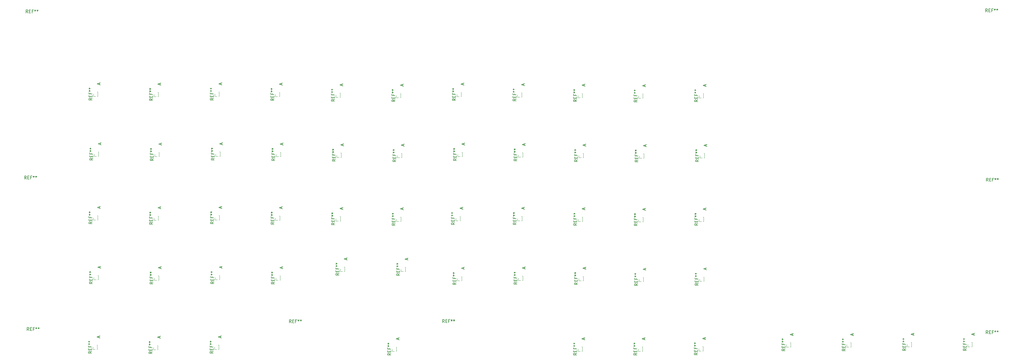
<source format=gbr>
G04 #@! TF.GenerationSoftware,KiCad,Pcbnew,(6.0.7)*
G04 #@! TF.CreationDate,2022-12-01T23:42:20-08:00*
G04 #@! TF.ProjectId,openot rev2,6f70656e-6f74-4207-9265-76322e6b6963,rev?*
G04 #@! TF.SameCoordinates,Original*
G04 #@! TF.FileFunction,Legend,Top*
G04 #@! TF.FilePolarity,Positive*
%FSLAX46Y46*%
G04 Gerber Fmt 4.6, Leading zero omitted, Abs format (unit mm)*
G04 Created by KiCad (PCBNEW (6.0.7)) date 2022-12-01 23:42:20*
%MOMM*%
%LPD*%
G01*
G04 APERTURE LIST*
%ADD10C,0.150000*%
%ADD11C,0.120000*%
G04 APERTURE END LIST*
D10*
X182292380Y-160905516D02*
X181816190Y-161238849D01*
X182292380Y-161476944D02*
X181292380Y-161476944D01*
X181292380Y-161095992D01*
X181340000Y-161000754D01*
X181387619Y-160953135D01*
X181482857Y-160905516D01*
X181625714Y-160905516D01*
X181720952Y-160953135D01*
X181768571Y-161000754D01*
X181816190Y-161095992D01*
X181816190Y-161476944D01*
X181768571Y-160476944D02*
X181768571Y-160143611D01*
X182292380Y-160000754D02*
X182292380Y-160476944D01*
X181292380Y-160476944D01*
X181292380Y-160000754D01*
X181768571Y-159238849D02*
X181768571Y-159572183D01*
X182292380Y-159572183D02*
X181292380Y-159572183D01*
X181292380Y-159095992D01*
X181292380Y-158572183D02*
X181530476Y-158572183D01*
X181435238Y-158810278D02*
X181530476Y-158572183D01*
X181435238Y-158334087D01*
X181720952Y-158715040D02*
X181530476Y-158572183D01*
X181720952Y-158429325D01*
X181292380Y-157810278D02*
X181530476Y-157810278D01*
X181435238Y-158048373D02*
X181530476Y-157810278D01*
X181435238Y-157572183D01*
X181720952Y-157953135D02*
X181530476Y-157810278D01*
X181720952Y-157667421D01*
X184666666Y-156530278D02*
X184666666Y-156054087D01*
X184952380Y-156625516D02*
X183952380Y-156292183D01*
X184952380Y-155958849D01*
X369720149Y-77422614D02*
X369386816Y-76946424D01*
X369148721Y-77422614D02*
X369148721Y-76422614D01*
X369529673Y-76422614D01*
X369624911Y-76470234D01*
X369672530Y-76517853D01*
X369720149Y-76613091D01*
X369720149Y-76755948D01*
X369672530Y-76851186D01*
X369624911Y-76898805D01*
X369529673Y-76946424D01*
X369148721Y-76946424D01*
X370148721Y-76898805D02*
X370482054Y-76898805D01*
X370624911Y-77422614D02*
X370148721Y-77422614D01*
X370148721Y-76422614D01*
X370624911Y-76422614D01*
X371386816Y-76898805D02*
X371053483Y-76898805D01*
X371053483Y-77422614D02*
X371053483Y-76422614D01*
X371529673Y-76422614D01*
X372053483Y-76422614D02*
X372053483Y-76660710D01*
X371815387Y-76565472D02*
X372053483Y-76660710D01*
X372291578Y-76565472D01*
X371910625Y-76851186D02*
X372053483Y-76660710D01*
X372196340Y-76851186D01*
X372815387Y-76422614D02*
X372815387Y-76660710D01*
X372577292Y-76565472D02*
X372815387Y-76660710D01*
X373053483Y-76565472D01*
X372672530Y-76851186D02*
X372815387Y-76660710D01*
X372958244Y-76851186D01*
X84329647Y-163523631D02*
X83853457Y-163856964D01*
X84329647Y-164095059D02*
X83329647Y-164095059D01*
X83329647Y-163714107D01*
X83377267Y-163618869D01*
X83424886Y-163571250D01*
X83520124Y-163523631D01*
X83662981Y-163523631D01*
X83758219Y-163571250D01*
X83805838Y-163618869D01*
X83853457Y-163714107D01*
X83853457Y-164095059D01*
X83805838Y-163095059D02*
X83805838Y-162761726D01*
X84329647Y-162618869D02*
X84329647Y-163095059D01*
X83329647Y-163095059D01*
X83329647Y-162618869D01*
X83805838Y-161856964D02*
X83805838Y-162190298D01*
X84329647Y-162190298D02*
X83329647Y-162190298D01*
X83329647Y-161714107D01*
X83329647Y-161190298D02*
X83567743Y-161190298D01*
X83472505Y-161428393D02*
X83567743Y-161190298D01*
X83472505Y-160952202D01*
X83758219Y-161333155D02*
X83567743Y-161190298D01*
X83758219Y-161047440D01*
X83329647Y-160428393D02*
X83567743Y-160428393D01*
X83472505Y-160666488D02*
X83567743Y-160428393D01*
X83472505Y-160190298D01*
X83758219Y-160571250D02*
X83567743Y-160428393D01*
X83758219Y-160285536D01*
X86703933Y-159148393D02*
X86703933Y-158672202D01*
X86989647Y-159243631D02*
X85989647Y-158910298D01*
X86989647Y-158576964D01*
X238761647Y-144894648D02*
X238285457Y-145227981D01*
X238761647Y-145466076D02*
X237761647Y-145466076D01*
X237761647Y-145085124D01*
X237809267Y-144989886D01*
X237856886Y-144942267D01*
X237952124Y-144894648D01*
X238094981Y-144894648D01*
X238190219Y-144942267D01*
X238237838Y-144989886D01*
X238285457Y-145085124D01*
X238285457Y-145466076D01*
X238237838Y-144466076D02*
X238237838Y-144132743D01*
X238761647Y-143989886D02*
X238761647Y-144466076D01*
X237761647Y-144466076D01*
X237761647Y-143989886D01*
X238237838Y-143227981D02*
X238237838Y-143561315D01*
X238761647Y-143561315D02*
X237761647Y-143561315D01*
X237761647Y-143085124D01*
X237761647Y-142561315D02*
X237999743Y-142561315D01*
X237904505Y-142799410D02*
X237999743Y-142561315D01*
X237904505Y-142323219D01*
X238190219Y-142704172D02*
X237999743Y-142561315D01*
X238190219Y-142418457D01*
X237761647Y-141799410D02*
X237999743Y-141799410D01*
X237904505Y-142037505D02*
X237999743Y-141799410D01*
X237904505Y-141561315D01*
X238190219Y-141942267D02*
X237999743Y-141799410D01*
X238190219Y-141656553D01*
X241135933Y-140519410D02*
X241135933Y-140043219D01*
X241421647Y-140614648D02*
X240421647Y-140281315D01*
X241421647Y-139947981D01*
X196524333Y-176591512D02*
X196191000Y-176115322D01*
X195952905Y-176591512D02*
X195952905Y-175591512D01*
X196333857Y-175591512D01*
X196429095Y-175639132D01*
X196476714Y-175686751D01*
X196524333Y-175781989D01*
X196524333Y-175924846D01*
X196476714Y-176020084D01*
X196429095Y-176067703D01*
X196333857Y-176115322D01*
X195952905Y-176115322D01*
X196952905Y-176067703D02*
X197286238Y-176067703D01*
X197429095Y-176591512D02*
X196952905Y-176591512D01*
X196952905Y-175591512D01*
X197429095Y-175591512D01*
X198191000Y-176067703D02*
X197857667Y-176067703D01*
X197857667Y-176591512D02*
X197857667Y-175591512D01*
X198333857Y-175591512D01*
X198857667Y-175591512D02*
X198857667Y-175829608D01*
X198619571Y-175734370D02*
X198857667Y-175829608D01*
X199095762Y-175734370D01*
X198714809Y-176020084D02*
X198857667Y-175829608D01*
X199000524Y-176020084D01*
X199619571Y-175591512D02*
X199619571Y-175829608D01*
X199381476Y-175734370D02*
X199619571Y-175829608D01*
X199857667Y-175734370D01*
X199476714Y-176020084D02*
X199619571Y-175829608D01*
X199762428Y-176020084D01*
X161515380Y-105298150D02*
X161039190Y-105631483D01*
X161515380Y-105869578D02*
X160515380Y-105869578D01*
X160515380Y-105488626D01*
X160563000Y-105393388D01*
X160610619Y-105345769D01*
X160705857Y-105298150D01*
X160848714Y-105298150D01*
X160943952Y-105345769D01*
X160991571Y-105393388D01*
X161039190Y-105488626D01*
X161039190Y-105869578D01*
X160991571Y-104869578D02*
X160991571Y-104536245D01*
X161515380Y-104393388D02*
X161515380Y-104869578D01*
X160515380Y-104869578D01*
X160515380Y-104393388D01*
X160991571Y-103631483D02*
X160991571Y-103964817D01*
X161515380Y-103964817D02*
X160515380Y-103964817D01*
X160515380Y-103488626D01*
X160515380Y-102964817D02*
X160753476Y-102964817D01*
X160658238Y-103202912D02*
X160753476Y-102964817D01*
X160658238Y-102726721D01*
X160943952Y-103107674D02*
X160753476Y-102964817D01*
X160943952Y-102821959D01*
X160515380Y-102202912D02*
X160753476Y-102202912D01*
X160658238Y-102441007D02*
X160753476Y-102202912D01*
X160658238Y-101964817D01*
X160943952Y-102345769D02*
X160753476Y-102202912D01*
X160943952Y-102060055D01*
X163889666Y-100922912D02*
X163889666Y-100446721D01*
X164175380Y-101018150D02*
X163175380Y-100684817D01*
X164175380Y-100351483D01*
X369923349Y-131473814D02*
X369590016Y-130997624D01*
X369351921Y-131473814D02*
X369351921Y-130473814D01*
X369732873Y-130473814D01*
X369828111Y-130521434D01*
X369875730Y-130569053D01*
X369923349Y-130664291D01*
X369923349Y-130807148D01*
X369875730Y-130902386D01*
X369828111Y-130950005D01*
X369732873Y-130997624D01*
X369351921Y-130997624D01*
X370351921Y-130950005D02*
X370685254Y-130950005D01*
X370828111Y-131473814D02*
X370351921Y-131473814D01*
X370351921Y-130473814D01*
X370828111Y-130473814D01*
X371590016Y-130950005D02*
X371256683Y-130950005D01*
X371256683Y-131473814D02*
X371256683Y-130473814D01*
X371732873Y-130473814D01*
X372256683Y-130473814D02*
X372256683Y-130711910D01*
X372018587Y-130616672D02*
X372256683Y-130711910D01*
X372494778Y-130616672D01*
X372113825Y-130902386D02*
X372256683Y-130711910D01*
X372399540Y-130902386D01*
X373018587Y-130473814D02*
X373018587Y-130711910D01*
X372780492Y-130616672D02*
X373018587Y-130711910D01*
X373256683Y-130616672D01*
X372875730Y-130902386D02*
X373018587Y-130711910D01*
X373161444Y-130902386D01*
X84456647Y-124102831D02*
X83980457Y-124436164D01*
X84456647Y-124674259D02*
X83456647Y-124674259D01*
X83456647Y-124293307D01*
X83504267Y-124198069D01*
X83551886Y-124150450D01*
X83647124Y-124102831D01*
X83789981Y-124102831D01*
X83885219Y-124150450D01*
X83932838Y-124198069D01*
X83980457Y-124293307D01*
X83980457Y-124674259D01*
X83932838Y-123674259D02*
X83932838Y-123340926D01*
X84456647Y-123198069D02*
X84456647Y-123674259D01*
X83456647Y-123674259D01*
X83456647Y-123198069D01*
X83932838Y-122436164D02*
X83932838Y-122769498D01*
X84456647Y-122769498D02*
X83456647Y-122769498D01*
X83456647Y-122293307D01*
X83456647Y-121769498D02*
X83694743Y-121769498D01*
X83599505Y-122007593D02*
X83694743Y-121769498D01*
X83599505Y-121531402D01*
X83885219Y-121912355D02*
X83694743Y-121769498D01*
X83885219Y-121626640D01*
X83456647Y-121007593D02*
X83694743Y-121007593D01*
X83599505Y-121245688D02*
X83694743Y-121007593D01*
X83599505Y-120769498D01*
X83885219Y-121150450D02*
X83694743Y-121007593D01*
X83885219Y-120864736D01*
X86830933Y-119727593D02*
X86830933Y-119251402D01*
X87116647Y-119822831D02*
X86116647Y-119489498D01*
X87116647Y-119156164D01*
X238705980Y-186324150D02*
X238229790Y-186657483D01*
X238705980Y-186895578D02*
X237705980Y-186895578D01*
X237705980Y-186514626D01*
X237753600Y-186419388D01*
X237801219Y-186371769D01*
X237896457Y-186324150D01*
X238039314Y-186324150D01*
X238134552Y-186371769D01*
X238182171Y-186419388D01*
X238229790Y-186514626D01*
X238229790Y-186895578D01*
X238182171Y-185895578D02*
X238182171Y-185562245D01*
X238705980Y-185419388D02*
X238705980Y-185895578D01*
X237705980Y-185895578D01*
X237705980Y-185419388D01*
X238182171Y-184657483D02*
X238182171Y-184990817D01*
X238705980Y-184990817D02*
X237705980Y-184990817D01*
X237705980Y-184514626D01*
X237705980Y-183990817D02*
X237944076Y-183990817D01*
X237848838Y-184228912D02*
X237944076Y-183990817D01*
X237848838Y-183752721D01*
X238134552Y-184133674D02*
X237944076Y-183990817D01*
X238134552Y-183847959D01*
X237705980Y-183228912D02*
X237944076Y-183228912D01*
X237848838Y-183467007D02*
X237944076Y-183228912D01*
X237848838Y-182990817D01*
X238134552Y-183371769D02*
X237944076Y-183228912D01*
X238134552Y-183086055D01*
X241080266Y-181948912D02*
X241080266Y-181472721D01*
X241365980Y-182044150D02*
X240365980Y-181710817D01*
X241365980Y-181377483D01*
X84172380Y-104953333D02*
X83696190Y-105286666D01*
X84172380Y-105524761D02*
X83172380Y-105524761D01*
X83172380Y-105143809D01*
X83220000Y-105048571D01*
X83267619Y-105000952D01*
X83362857Y-104953333D01*
X83505714Y-104953333D01*
X83600952Y-105000952D01*
X83648571Y-105048571D01*
X83696190Y-105143809D01*
X83696190Y-105524761D01*
X83648571Y-104524761D02*
X83648571Y-104191428D01*
X84172380Y-104048571D02*
X84172380Y-104524761D01*
X83172380Y-104524761D01*
X83172380Y-104048571D01*
X83648571Y-103286666D02*
X83648571Y-103620000D01*
X84172380Y-103620000D02*
X83172380Y-103620000D01*
X83172380Y-103143809D01*
X83172380Y-102620000D02*
X83410476Y-102620000D01*
X83315238Y-102858095D02*
X83410476Y-102620000D01*
X83315238Y-102381904D01*
X83600952Y-102762857D02*
X83410476Y-102620000D01*
X83600952Y-102477142D01*
X83172380Y-101858095D02*
X83410476Y-101858095D01*
X83315238Y-102096190D02*
X83410476Y-101858095D01*
X83315238Y-101620000D01*
X83600952Y-102000952D02*
X83410476Y-101858095D01*
X83600952Y-101715238D01*
X86546666Y-100578095D02*
X86546666Y-100101904D01*
X86832380Y-100673333D02*
X85832380Y-100340000D01*
X86832380Y-100006666D01*
X180849647Y-144894648D02*
X180373457Y-145227981D01*
X180849647Y-145466076D02*
X179849647Y-145466076D01*
X179849647Y-145085124D01*
X179897267Y-144989886D01*
X179944886Y-144942267D01*
X180040124Y-144894648D01*
X180182981Y-144894648D01*
X180278219Y-144942267D01*
X180325838Y-144989886D01*
X180373457Y-145085124D01*
X180373457Y-145466076D01*
X180325838Y-144466076D02*
X180325838Y-144132743D01*
X180849647Y-143989886D02*
X180849647Y-144466076D01*
X179849647Y-144466076D01*
X179849647Y-143989886D01*
X180325838Y-143227981D02*
X180325838Y-143561315D01*
X180849647Y-143561315D02*
X179849647Y-143561315D01*
X179849647Y-143085124D01*
X179849647Y-142561315D02*
X180087743Y-142561315D01*
X179992505Y-142799410D02*
X180087743Y-142561315D01*
X179992505Y-142323219D01*
X180278219Y-142704172D02*
X180087743Y-142561315D01*
X180278219Y-142418457D01*
X179849647Y-141799410D02*
X180087743Y-141799410D01*
X179992505Y-142037505D02*
X180087743Y-141799410D01*
X179992505Y-141561315D01*
X180278219Y-141942267D02*
X180087743Y-141799410D01*
X180278219Y-141656553D01*
X183223933Y-140519410D02*
X183223933Y-140043219D01*
X183509647Y-140614648D02*
X182509647Y-140281315D01*
X183509647Y-139947981D01*
X277496647Y-164031631D02*
X277020457Y-164364964D01*
X277496647Y-164603059D02*
X276496647Y-164603059D01*
X276496647Y-164222107D01*
X276544267Y-164126869D01*
X276591886Y-164079250D01*
X276687124Y-164031631D01*
X276829981Y-164031631D01*
X276925219Y-164079250D01*
X276972838Y-164126869D01*
X277020457Y-164222107D01*
X277020457Y-164603059D01*
X276972838Y-163603059D02*
X276972838Y-163269726D01*
X277496647Y-163126869D02*
X277496647Y-163603059D01*
X276496647Y-163603059D01*
X276496647Y-163126869D01*
X276972838Y-162364964D02*
X276972838Y-162698298D01*
X277496647Y-162698298D02*
X276496647Y-162698298D01*
X276496647Y-162222107D01*
X276496647Y-161698298D02*
X276734743Y-161698298D01*
X276639505Y-161936393D02*
X276734743Y-161698298D01*
X276639505Y-161460202D01*
X276925219Y-161841155D02*
X276734743Y-161698298D01*
X276925219Y-161555440D01*
X276496647Y-160936393D02*
X276734743Y-160936393D01*
X276639505Y-161174488D02*
X276734743Y-160936393D01*
X276639505Y-160698298D01*
X276925219Y-161079250D02*
X276734743Y-160936393D01*
X276925219Y-160793536D01*
X279870933Y-159656393D02*
X279870933Y-159180202D01*
X280156647Y-159751631D02*
X279156647Y-159418298D01*
X280156647Y-159084964D01*
X142241647Y-144549831D02*
X141765457Y-144883164D01*
X142241647Y-145121259D02*
X141241647Y-145121259D01*
X141241647Y-144740307D01*
X141289267Y-144645069D01*
X141336886Y-144597450D01*
X141432124Y-144549831D01*
X141574981Y-144549831D01*
X141670219Y-144597450D01*
X141717838Y-144645069D01*
X141765457Y-144740307D01*
X141765457Y-145121259D01*
X141717838Y-144121259D02*
X141717838Y-143787926D01*
X142241647Y-143645069D02*
X142241647Y-144121259D01*
X141241647Y-144121259D01*
X141241647Y-143645069D01*
X141717838Y-142883164D02*
X141717838Y-143216498D01*
X142241647Y-143216498D02*
X141241647Y-143216498D01*
X141241647Y-142740307D01*
X141241647Y-142216498D02*
X141479743Y-142216498D01*
X141384505Y-142454593D02*
X141479743Y-142216498D01*
X141384505Y-141978402D01*
X141670219Y-142359355D02*
X141479743Y-142216498D01*
X141670219Y-142073640D01*
X141241647Y-141454593D02*
X141479743Y-141454593D01*
X141384505Y-141692688D02*
X141479743Y-141454593D01*
X141384505Y-141216498D01*
X141670219Y-141597450D02*
X141479743Y-141454593D01*
X141670219Y-141311736D01*
X144615933Y-140174593D02*
X144615933Y-139698402D01*
X144901647Y-140269831D02*
X143901647Y-139936498D01*
X144901647Y-139603164D01*
X103760647Y-124229831D02*
X103284457Y-124563164D01*
X103760647Y-124801259D02*
X102760647Y-124801259D01*
X102760647Y-124420307D01*
X102808267Y-124325069D01*
X102855886Y-124277450D01*
X102951124Y-124229831D01*
X103093981Y-124229831D01*
X103189219Y-124277450D01*
X103236838Y-124325069D01*
X103284457Y-124420307D01*
X103284457Y-124801259D01*
X103236838Y-123801259D02*
X103236838Y-123467926D01*
X103760647Y-123325069D02*
X103760647Y-123801259D01*
X102760647Y-123801259D01*
X102760647Y-123325069D01*
X103236838Y-122563164D02*
X103236838Y-122896498D01*
X103760647Y-122896498D02*
X102760647Y-122896498D01*
X102760647Y-122420307D01*
X102760647Y-121896498D02*
X102998743Y-121896498D01*
X102903505Y-122134593D02*
X102998743Y-121896498D01*
X102903505Y-121658402D01*
X103189219Y-122039355D02*
X102998743Y-121896498D01*
X103189219Y-121753640D01*
X102760647Y-121134593D02*
X102998743Y-121134593D01*
X102903505Y-121372688D02*
X102998743Y-121134593D01*
X102903505Y-120896498D01*
X103189219Y-121277450D02*
X102998743Y-121134593D01*
X103189219Y-120991736D01*
X106134933Y-119854593D02*
X106134933Y-119378402D01*
X106420647Y-119949831D02*
X105420647Y-119616498D01*
X106420647Y-119283164D01*
X162912380Y-160833333D02*
X162436190Y-161166666D01*
X162912380Y-161404761D02*
X161912380Y-161404761D01*
X161912380Y-161023809D01*
X161960000Y-160928571D01*
X162007619Y-160880952D01*
X162102857Y-160833333D01*
X162245714Y-160833333D01*
X162340952Y-160880952D01*
X162388571Y-160928571D01*
X162436190Y-161023809D01*
X162436190Y-161404761D01*
X162388571Y-160404761D02*
X162388571Y-160071428D01*
X162912380Y-159928571D02*
X162912380Y-160404761D01*
X161912380Y-160404761D01*
X161912380Y-159928571D01*
X162388571Y-159166666D02*
X162388571Y-159500000D01*
X162912380Y-159500000D02*
X161912380Y-159500000D01*
X161912380Y-159023809D01*
X161912380Y-158500000D02*
X162150476Y-158500000D01*
X162055238Y-158738095D02*
X162150476Y-158500000D01*
X162055238Y-158261904D01*
X162340952Y-158642857D02*
X162150476Y-158500000D01*
X162340952Y-158357142D01*
X161912380Y-157738095D02*
X162150476Y-157738095D01*
X162055238Y-157976190D02*
X162150476Y-157738095D01*
X162055238Y-157500000D01*
X162340952Y-157880952D02*
X162150476Y-157738095D01*
X162340952Y-157595238D01*
X165286666Y-156458095D02*
X165286666Y-155981904D01*
X165572380Y-156553333D02*
X164572380Y-156220000D01*
X165572380Y-155886666D01*
X200285514Y-163830163D02*
X199809324Y-164163496D01*
X200285514Y-164401591D02*
X199285514Y-164401591D01*
X199285514Y-164020639D01*
X199333134Y-163925401D01*
X199380753Y-163877782D01*
X199475991Y-163830163D01*
X199618848Y-163830163D01*
X199714086Y-163877782D01*
X199761705Y-163925401D01*
X199809324Y-164020639D01*
X199809324Y-164401591D01*
X199761705Y-163401591D02*
X199761705Y-163068258D01*
X200285514Y-162925401D02*
X200285514Y-163401591D01*
X199285514Y-163401591D01*
X199285514Y-162925401D01*
X199761705Y-162163496D02*
X199761705Y-162496830D01*
X200285514Y-162496830D02*
X199285514Y-162496830D01*
X199285514Y-162020639D01*
X199285514Y-161496830D02*
X199523610Y-161496830D01*
X199428372Y-161734925D02*
X199523610Y-161496830D01*
X199428372Y-161258734D01*
X199714086Y-161639687D02*
X199523610Y-161496830D01*
X199714086Y-161353972D01*
X199285514Y-160734925D02*
X199523610Y-160734925D01*
X199428372Y-160973020D02*
X199523610Y-160734925D01*
X199428372Y-160496830D01*
X199714086Y-160877782D02*
X199523610Y-160734925D01*
X199714086Y-160592068D01*
X202659800Y-159454925D02*
X202659800Y-158978734D01*
X202945514Y-159550163D02*
X201945514Y-159216830D01*
X202945514Y-158883496D01*
X84202647Y-144422831D02*
X83726457Y-144756164D01*
X84202647Y-144994259D02*
X83202647Y-144994259D01*
X83202647Y-144613307D01*
X83250267Y-144518069D01*
X83297886Y-144470450D01*
X83393124Y-144422831D01*
X83535981Y-144422831D01*
X83631219Y-144470450D01*
X83678838Y-144518069D01*
X83726457Y-144613307D01*
X83726457Y-144994259D01*
X83678838Y-143994259D02*
X83678838Y-143660926D01*
X84202647Y-143518069D02*
X84202647Y-143994259D01*
X83202647Y-143994259D01*
X83202647Y-143518069D01*
X83678838Y-142756164D02*
X83678838Y-143089498D01*
X84202647Y-143089498D02*
X83202647Y-143089498D01*
X83202647Y-142613307D01*
X83202647Y-142089498D02*
X83440743Y-142089498D01*
X83345505Y-142327593D02*
X83440743Y-142089498D01*
X83345505Y-141851402D01*
X83631219Y-142232355D02*
X83440743Y-142089498D01*
X83631219Y-141946640D01*
X83202647Y-141327593D02*
X83440743Y-141327593D01*
X83345505Y-141565688D02*
X83440743Y-141327593D01*
X83345505Y-141089498D01*
X83631219Y-141470450D02*
X83440743Y-141327593D01*
X83631219Y-141184736D01*
X86576933Y-140047593D02*
X86576933Y-139571402D01*
X86862647Y-140142831D02*
X85862647Y-139809498D01*
X86862647Y-139476164D01*
X122780380Y-185725333D02*
X122304190Y-186058666D01*
X122780380Y-186296761D02*
X121780380Y-186296761D01*
X121780380Y-185915809D01*
X121828000Y-185820571D01*
X121875619Y-185772952D01*
X121970857Y-185725333D01*
X122113714Y-185725333D01*
X122208952Y-185772952D01*
X122256571Y-185820571D01*
X122304190Y-185915809D01*
X122304190Y-186296761D01*
X122256571Y-185296761D02*
X122256571Y-184963428D01*
X122780380Y-184820571D02*
X122780380Y-185296761D01*
X121780380Y-185296761D01*
X121780380Y-184820571D01*
X122256571Y-184058666D02*
X122256571Y-184392000D01*
X122780380Y-184392000D02*
X121780380Y-184392000D01*
X121780380Y-183915809D01*
X121780380Y-183392000D02*
X122018476Y-183392000D01*
X121923238Y-183630095D02*
X122018476Y-183392000D01*
X121923238Y-183153904D01*
X122208952Y-183534857D02*
X122018476Y-183392000D01*
X122208952Y-183249142D01*
X121780380Y-182630095D02*
X122018476Y-182630095D01*
X121923238Y-182868190D02*
X122018476Y-182630095D01*
X121923238Y-182392000D01*
X122208952Y-182772952D02*
X122018476Y-182630095D01*
X122208952Y-182487238D01*
X125154666Y-181350095D02*
X125154666Y-180873904D01*
X125440380Y-181445333D02*
X124440380Y-181112000D01*
X125440380Y-180778666D01*
X219427380Y-105207333D02*
X218951190Y-105540666D01*
X219427380Y-105778761D02*
X218427380Y-105778761D01*
X218427380Y-105397809D01*
X218475000Y-105302571D01*
X218522619Y-105254952D01*
X218617857Y-105207333D01*
X218760714Y-105207333D01*
X218855952Y-105254952D01*
X218903571Y-105302571D01*
X218951190Y-105397809D01*
X218951190Y-105778761D01*
X218903571Y-104778761D02*
X218903571Y-104445428D01*
X219427380Y-104302571D02*
X219427380Y-104778761D01*
X218427380Y-104778761D01*
X218427380Y-104302571D01*
X218903571Y-103540666D02*
X218903571Y-103874000D01*
X219427380Y-103874000D02*
X218427380Y-103874000D01*
X218427380Y-103397809D01*
X218427380Y-102874000D02*
X218665476Y-102874000D01*
X218570238Y-103112095D02*
X218665476Y-102874000D01*
X218570238Y-102635904D01*
X218855952Y-103016857D02*
X218665476Y-102874000D01*
X218855952Y-102731142D01*
X218427380Y-102112095D02*
X218665476Y-102112095D01*
X218570238Y-102350190D02*
X218665476Y-102112095D01*
X218570238Y-101874000D01*
X218855952Y-102254952D02*
X218665476Y-102112095D01*
X218855952Y-101969238D01*
X221801666Y-100832095D02*
X221801666Y-100355904D01*
X222087380Y-100927333D02*
X221087380Y-100594000D01*
X222087380Y-100260666D01*
X63243749Y-130762614D02*
X62910416Y-130286424D01*
X62672321Y-130762614D02*
X62672321Y-129762614D01*
X63053273Y-129762614D01*
X63148511Y-129810234D01*
X63196130Y-129857853D01*
X63243749Y-129953091D01*
X63243749Y-130095948D01*
X63196130Y-130191186D01*
X63148511Y-130238805D01*
X63053273Y-130286424D01*
X62672321Y-130286424D01*
X63672321Y-130238805D02*
X64005654Y-130238805D01*
X64148511Y-130762614D02*
X63672321Y-130762614D01*
X63672321Y-129762614D01*
X64148511Y-129762614D01*
X64910416Y-130238805D02*
X64577083Y-130238805D01*
X64577083Y-130762614D02*
X64577083Y-129762614D01*
X65053273Y-129762614D01*
X65577083Y-129762614D02*
X65577083Y-130000710D01*
X65338987Y-129905472D02*
X65577083Y-130000710D01*
X65815178Y-129905472D01*
X65434225Y-130191186D02*
X65577083Y-130000710D01*
X65719940Y-130191186D01*
X66338987Y-129762614D02*
X66338987Y-130000710D01*
X66100892Y-129905472D02*
X66338987Y-130000710D01*
X66577083Y-129905472D01*
X66196130Y-130191186D02*
X66338987Y-130000710D01*
X66481844Y-130191186D01*
X362988180Y-184872515D02*
X362511990Y-185205848D01*
X362988180Y-185443943D02*
X361988180Y-185443943D01*
X361988180Y-185062991D01*
X362035800Y-184967753D01*
X362083419Y-184920134D01*
X362178657Y-184872515D01*
X362321514Y-184872515D01*
X362416752Y-184920134D01*
X362464371Y-184967753D01*
X362511990Y-185062991D01*
X362511990Y-185443943D01*
X362464371Y-184443943D02*
X362464371Y-184110610D01*
X362988180Y-183967753D02*
X362988180Y-184443943D01*
X361988180Y-184443943D01*
X361988180Y-183967753D01*
X362464371Y-183205848D02*
X362464371Y-183539182D01*
X362988180Y-183539182D02*
X361988180Y-183539182D01*
X361988180Y-183062991D01*
X361988180Y-182539182D02*
X362226276Y-182539182D01*
X362131038Y-182777277D02*
X362226276Y-182539182D01*
X362131038Y-182301086D01*
X362416752Y-182682039D02*
X362226276Y-182539182D01*
X362416752Y-182396324D01*
X361988180Y-181777277D02*
X362226276Y-181777277D01*
X362131038Y-182015372D02*
X362226276Y-181777277D01*
X362131038Y-181539182D01*
X362416752Y-181920134D02*
X362226276Y-181777277D01*
X362416752Y-181634420D01*
X365362466Y-180497277D02*
X365362466Y-180021086D01*
X365648180Y-180592515D02*
X364648180Y-180259182D01*
X365648180Y-179925848D01*
X219711647Y-124356831D02*
X219235457Y-124690164D01*
X219711647Y-124928259D02*
X218711647Y-124928259D01*
X218711647Y-124547307D01*
X218759267Y-124452069D01*
X218806886Y-124404450D01*
X218902124Y-124356831D01*
X219044981Y-124356831D01*
X219140219Y-124404450D01*
X219187838Y-124452069D01*
X219235457Y-124547307D01*
X219235457Y-124928259D01*
X219187838Y-123928259D02*
X219187838Y-123594926D01*
X219711647Y-123452069D02*
X219711647Y-123928259D01*
X218711647Y-123928259D01*
X218711647Y-123452069D01*
X219187838Y-122690164D02*
X219187838Y-123023498D01*
X219711647Y-123023498D02*
X218711647Y-123023498D01*
X218711647Y-122547307D01*
X218711647Y-122023498D02*
X218949743Y-122023498D01*
X218854505Y-122261593D02*
X218949743Y-122023498D01*
X218854505Y-121785402D01*
X219140219Y-122166355D02*
X218949743Y-122023498D01*
X219140219Y-121880640D01*
X218711647Y-121261593D02*
X218949743Y-121261593D01*
X218854505Y-121499688D02*
X218949743Y-121261593D01*
X218854505Y-121023498D01*
X219140219Y-121404450D02*
X218949743Y-121261593D01*
X219140219Y-121118736D01*
X222085933Y-119981593D02*
X222085933Y-119505402D01*
X222371647Y-120076831D02*
X221371647Y-119743498D01*
X222371647Y-119410164D01*
X103349380Y-185852333D02*
X102873190Y-186185666D01*
X103349380Y-186423761D02*
X102349380Y-186423761D01*
X102349380Y-186042809D01*
X102397000Y-185947571D01*
X102444619Y-185899952D01*
X102539857Y-185852333D01*
X102682714Y-185852333D01*
X102777952Y-185899952D01*
X102825571Y-185947571D01*
X102873190Y-186042809D01*
X102873190Y-186423761D01*
X102825571Y-185423761D02*
X102825571Y-185090428D01*
X103349380Y-184947571D02*
X103349380Y-185423761D01*
X102349380Y-185423761D01*
X102349380Y-184947571D01*
X102825571Y-184185666D02*
X102825571Y-184519000D01*
X103349380Y-184519000D02*
X102349380Y-184519000D01*
X102349380Y-184042809D01*
X102349380Y-183519000D02*
X102587476Y-183519000D01*
X102492238Y-183757095D02*
X102587476Y-183519000D01*
X102492238Y-183280904D01*
X102777952Y-183661857D02*
X102587476Y-183519000D01*
X102777952Y-183376142D01*
X102349380Y-182757095D02*
X102587476Y-182757095D01*
X102492238Y-182995190D02*
X102587476Y-182757095D01*
X102492238Y-182519000D01*
X102777952Y-182899952D02*
X102587476Y-182757095D01*
X102777952Y-182614238D01*
X105723666Y-181477095D02*
X105723666Y-181000904D01*
X106009380Y-181572333D02*
X105009380Y-181239000D01*
X106009380Y-180905666D01*
X161545647Y-144767648D02*
X161069457Y-145100981D01*
X161545647Y-145339076D02*
X160545647Y-145339076D01*
X160545647Y-144958124D01*
X160593267Y-144862886D01*
X160640886Y-144815267D01*
X160736124Y-144767648D01*
X160878981Y-144767648D01*
X160974219Y-144815267D01*
X161021838Y-144862886D01*
X161069457Y-144958124D01*
X161069457Y-145339076D01*
X161021838Y-144339076D02*
X161021838Y-144005743D01*
X161545647Y-143862886D02*
X161545647Y-144339076D01*
X160545647Y-144339076D01*
X160545647Y-143862886D01*
X161021838Y-143100981D02*
X161021838Y-143434315D01*
X161545647Y-143434315D02*
X160545647Y-143434315D01*
X160545647Y-142958124D01*
X160545647Y-142434315D02*
X160783743Y-142434315D01*
X160688505Y-142672410D02*
X160783743Y-142434315D01*
X160688505Y-142196219D01*
X160974219Y-142577172D02*
X160783743Y-142434315D01*
X160974219Y-142291457D01*
X160545647Y-141672410D02*
X160783743Y-141672410D01*
X160688505Y-141910505D02*
X160783743Y-141672410D01*
X160688505Y-141434315D01*
X160974219Y-141815267D02*
X160783743Y-141672410D01*
X160974219Y-141529553D01*
X163919933Y-140392410D02*
X163919933Y-139916219D01*
X164205647Y-140487648D02*
X163205647Y-140154315D01*
X164205647Y-139820981D01*
X84045380Y-185725333D02*
X83569190Y-186058666D01*
X84045380Y-186296761D02*
X83045380Y-186296761D01*
X83045380Y-185915809D01*
X83093000Y-185820571D01*
X83140619Y-185772952D01*
X83235857Y-185725333D01*
X83378714Y-185725333D01*
X83473952Y-185772952D01*
X83521571Y-185820571D01*
X83569190Y-185915809D01*
X83569190Y-186296761D01*
X83521571Y-185296761D02*
X83521571Y-184963428D01*
X84045380Y-184820571D02*
X84045380Y-185296761D01*
X83045380Y-185296761D01*
X83045380Y-184820571D01*
X83521571Y-184058666D02*
X83521571Y-184392000D01*
X84045380Y-184392000D02*
X83045380Y-184392000D01*
X83045380Y-183915809D01*
X83045380Y-183392000D02*
X83283476Y-183392000D01*
X83188238Y-183630095D02*
X83283476Y-183392000D01*
X83188238Y-183153904D01*
X83473952Y-183534857D02*
X83283476Y-183392000D01*
X83473952Y-183249142D01*
X83045380Y-182630095D02*
X83283476Y-182630095D01*
X83188238Y-182868190D02*
X83283476Y-182630095D01*
X83188238Y-182392000D01*
X83473952Y-182772952D02*
X83283476Y-182630095D01*
X83473952Y-182487238D01*
X86419666Y-181350095D02*
X86419666Y-180873904D01*
X86705380Y-181445333D02*
X85705380Y-181112000D01*
X86705380Y-180778666D01*
X63700949Y-77727414D02*
X63367616Y-77251224D01*
X63129521Y-77727414D02*
X63129521Y-76727414D01*
X63510473Y-76727414D01*
X63605711Y-76775034D01*
X63653330Y-76822653D01*
X63700949Y-76917891D01*
X63700949Y-77060748D01*
X63653330Y-77155986D01*
X63605711Y-77203605D01*
X63510473Y-77251224D01*
X63129521Y-77251224D01*
X64129521Y-77203605D02*
X64462854Y-77203605D01*
X64605711Y-77727414D02*
X64129521Y-77727414D01*
X64129521Y-76727414D01*
X64605711Y-76727414D01*
X65367616Y-77203605D02*
X65034283Y-77203605D01*
X65034283Y-77727414D02*
X65034283Y-76727414D01*
X65510473Y-76727414D01*
X66034283Y-76727414D02*
X66034283Y-76965510D01*
X65796187Y-76870272D02*
X66034283Y-76965510D01*
X66272378Y-76870272D01*
X65891425Y-77155986D02*
X66034283Y-76965510D01*
X66177140Y-77155986D01*
X66796187Y-76727414D02*
X66796187Y-76965510D01*
X66558092Y-76870272D02*
X66796187Y-76965510D01*
X67034283Y-76870272D01*
X66653330Y-77155986D02*
X66796187Y-76965510D01*
X66939044Y-77155986D01*
X343684180Y-184872515D02*
X343207990Y-185205848D01*
X343684180Y-185443943D02*
X342684180Y-185443943D01*
X342684180Y-185062991D01*
X342731800Y-184967753D01*
X342779419Y-184920134D01*
X342874657Y-184872515D01*
X343017514Y-184872515D01*
X343112752Y-184920134D01*
X343160371Y-184967753D01*
X343207990Y-185062991D01*
X343207990Y-185443943D01*
X343160371Y-184443943D02*
X343160371Y-184110610D01*
X343684180Y-183967753D02*
X343684180Y-184443943D01*
X342684180Y-184443943D01*
X342684180Y-183967753D01*
X343160371Y-183205848D02*
X343160371Y-183539182D01*
X343684180Y-183539182D02*
X342684180Y-183539182D01*
X342684180Y-183062991D01*
X342684180Y-182539182D02*
X342922276Y-182539182D01*
X342827038Y-182777277D02*
X342922276Y-182539182D01*
X342827038Y-182301086D01*
X343112752Y-182682039D02*
X342922276Y-182539182D01*
X343112752Y-182396324D01*
X342684180Y-181777277D02*
X342922276Y-181777277D01*
X342827038Y-182015372D02*
X342922276Y-181777277D01*
X342827038Y-181539182D01*
X343112752Y-181920134D02*
X342922276Y-181777277D01*
X343112752Y-181634420D01*
X346058466Y-180497277D02*
X346058466Y-180021086D01*
X346344180Y-180592515D02*
X345344180Y-180259182D01*
X346344180Y-179925848D01*
X305152380Y-184963333D02*
X304676190Y-185296666D01*
X305152380Y-185534761D02*
X304152380Y-185534761D01*
X304152380Y-185153809D01*
X304200000Y-185058571D01*
X304247619Y-185010952D01*
X304342857Y-184963333D01*
X304485714Y-184963333D01*
X304580952Y-185010952D01*
X304628571Y-185058571D01*
X304676190Y-185153809D01*
X304676190Y-185534761D01*
X304628571Y-184534761D02*
X304628571Y-184201428D01*
X305152380Y-184058571D02*
X305152380Y-184534761D01*
X304152380Y-184534761D01*
X304152380Y-184058571D01*
X304628571Y-183296666D02*
X304628571Y-183630000D01*
X305152380Y-183630000D02*
X304152380Y-183630000D01*
X304152380Y-183153809D01*
X304152380Y-182630000D02*
X304390476Y-182630000D01*
X304295238Y-182868095D02*
X304390476Y-182630000D01*
X304295238Y-182391904D01*
X304580952Y-182772857D02*
X304390476Y-182630000D01*
X304580952Y-182487142D01*
X304152380Y-181868095D02*
X304390476Y-181868095D01*
X304295238Y-182106190D02*
X304390476Y-181868095D01*
X304295238Y-181630000D01*
X304580952Y-182010952D02*
X304390476Y-181868095D01*
X304580952Y-181725238D01*
X307526666Y-180588095D02*
X307526666Y-180111904D01*
X307812380Y-180683333D02*
X306812380Y-180350000D01*
X307812380Y-180016666D01*
X277339380Y-105461333D02*
X276863190Y-105794666D01*
X277339380Y-106032761D02*
X276339380Y-106032761D01*
X276339380Y-105651809D01*
X276387000Y-105556571D01*
X276434619Y-105508952D01*
X276529857Y-105461333D01*
X276672714Y-105461333D01*
X276767952Y-105508952D01*
X276815571Y-105556571D01*
X276863190Y-105651809D01*
X276863190Y-106032761D01*
X276815571Y-105032761D02*
X276815571Y-104699428D01*
X277339380Y-104556571D02*
X277339380Y-105032761D01*
X276339380Y-105032761D01*
X276339380Y-104556571D01*
X276815571Y-103794666D02*
X276815571Y-104128000D01*
X277339380Y-104128000D02*
X276339380Y-104128000D01*
X276339380Y-103651809D01*
X276339380Y-103128000D02*
X276577476Y-103128000D01*
X276482238Y-103366095D02*
X276577476Y-103128000D01*
X276482238Y-102889904D01*
X276767952Y-103270857D02*
X276577476Y-103128000D01*
X276767952Y-102985142D01*
X276339380Y-102366095D02*
X276577476Y-102366095D01*
X276482238Y-102604190D02*
X276577476Y-102366095D01*
X276482238Y-102128000D01*
X276767952Y-102508952D02*
X276577476Y-102366095D01*
X276767952Y-102223238D01*
X279713666Y-101086095D02*
X279713666Y-100609904D01*
X279999380Y-101181333D02*
X278999380Y-100848000D01*
X279999380Y-100514666D01*
X277623647Y-124610831D02*
X277147457Y-124944164D01*
X277623647Y-125182259D02*
X276623647Y-125182259D01*
X276623647Y-124801307D01*
X276671267Y-124706069D01*
X276718886Y-124658450D01*
X276814124Y-124610831D01*
X276956981Y-124610831D01*
X277052219Y-124658450D01*
X277099838Y-124706069D01*
X277147457Y-124801307D01*
X277147457Y-125182259D01*
X277099838Y-124182259D02*
X277099838Y-123848926D01*
X277623647Y-123706069D02*
X277623647Y-124182259D01*
X276623647Y-124182259D01*
X276623647Y-123706069D01*
X277099838Y-122944164D02*
X277099838Y-123277498D01*
X277623647Y-123277498D02*
X276623647Y-123277498D01*
X276623647Y-122801307D01*
X276623647Y-122277498D02*
X276861743Y-122277498D01*
X276766505Y-122515593D02*
X276861743Y-122277498D01*
X276766505Y-122039402D01*
X277052219Y-122420355D02*
X276861743Y-122277498D01*
X277052219Y-122134640D01*
X276623647Y-121515593D02*
X276861743Y-121515593D01*
X276766505Y-121753688D02*
X276861743Y-121515593D01*
X276766505Y-121277498D01*
X277052219Y-121658450D02*
X276861743Y-121515593D01*
X277052219Y-121372736D01*
X279997933Y-120235593D02*
X279997933Y-119759402D01*
X280283647Y-120330831D02*
X279283647Y-119997498D01*
X280283647Y-119664164D01*
X219457647Y-144676831D02*
X218981457Y-145010164D01*
X219457647Y-145248259D02*
X218457647Y-145248259D01*
X218457647Y-144867307D01*
X218505267Y-144772069D01*
X218552886Y-144724450D01*
X218648124Y-144676831D01*
X218790981Y-144676831D01*
X218886219Y-144724450D01*
X218933838Y-144772069D01*
X218981457Y-144867307D01*
X218981457Y-145248259D01*
X218933838Y-144248259D02*
X218933838Y-143914926D01*
X219457647Y-143772069D02*
X219457647Y-144248259D01*
X218457647Y-144248259D01*
X218457647Y-143772069D01*
X218933838Y-143010164D02*
X218933838Y-143343498D01*
X219457647Y-143343498D02*
X218457647Y-143343498D01*
X218457647Y-142867307D01*
X218457647Y-142343498D02*
X218695743Y-142343498D01*
X218600505Y-142581593D02*
X218695743Y-142343498D01*
X218600505Y-142105402D01*
X218886219Y-142486355D02*
X218695743Y-142343498D01*
X218886219Y-142200640D01*
X218457647Y-141581593D02*
X218695743Y-141581593D01*
X218600505Y-141819688D02*
X218695743Y-141581593D01*
X218600505Y-141343498D01*
X218886219Y-141724450D02*
X218695743Y-141581593D01*
X218886219Y-141438736D01*
X221831933Y-140301593D02*
X221831933Y-139825402D01*
X222117647Y-140396831D02*
X221117647Y-140063498D01*
X222117647Y-139730164D01*
X123064647Y-163523631D02*
X122588457Y-163856964D01*
X123064647Y-164095059D02*
X122064647Y-164095059D01*
X122064647Y-163714107D01*
X122112267Y-163618869D01*
X122159886Y-163571250D01*
X122255124Y-163523631D01*
X122397981Y-163523631D01*
X122493219Y-163571250D01*
X122540838Y-163618869D01*
X122588457Y-163714107D01*
X122588457Y-164095059D01*
X122540838Y-163095059D02*
X122540838Y-162761726D01*
X123064647Y-162618869D02*
X123064647Y-163095059D01*
X122064647Y-163095059D01*
X122064647Y-162618869D01*
X122540838Y-161856964D02*
X122540838Y-162190298D01*
X123064647Y-162190298D02*
X122064647Y-162190298D01*
X122064647Y-161714107D01*
X122064647Y-161190298D02*
X122302743Y-161190298D01*
X122207505Y-161428393D02*
X122302743Y-161190298D01*
X122207505Y-160952202D01*
X122493219Y-161333155D02*
X122302743Y-161190298D01*
X122493219Y-161047440D01*
X122064647Y-160428393D02*
X122302743Y-160428393D01*
X122207505Y-160666488D02*
X122302743Y-160428393D01*
X122207505Y-160190298D01*
X122493219Y-160571250D02*
X122302743Y-160428393D01*
X122493219Y-160285536D01*
X125438933Y-159148393D02*
X125438933Y-158672202D01*
X125724647Y-159243631D02*
X124724647Y-158910298D01*
X125724647Y-158576964D01*
X122907380Y-104953333D02*
X122431190Y-105286666D01*
X122907380Y-105524761D02*
X121907380Y-105524761D01*
X121907380Y-105143809D01*
X121955000Y-105048571D01*
X122002619Y-105000952D01*
X122097857Y-104953333D01*
X122240714Y-104953333D01*
X122335952Y-105000952D01*
X122383571Y-105048571D01*
X122431190Y-105143809D01*
X122431190Y-105524761D01*
X122383571Y-104524761D02*
X122383571Y-104191428D01*
X122907380Y-104048571D02*
X122907380Y-104524761D01*
X121907380Y-104524761D01*
X121907380Y-104048571D01*
X122383571Y-103286666D02*
X122383571Y-103620000D01*
X122907380Y-103620000D02*
X121907380Y-103620000D01*
X121907380Y-103143809D01*
X121907380Y-102620000D02*
X122145476Y-102620000D01*
X122050238Y-102858095D02*
X122145476Y-102620000D01*
X122050238Y-102381904D01*
X122335952Y-102762857D02*
X122145476Y-102620000D01*
X122335952Y-102477142D01*
X121907380Y-101858095D02*
X122145476Y-101858095D01*
X122050238Y-102096190D02*
X122145476Y-101858095D01*
X122050238Y-101620000D01*
X122335952Y-102000952D02*
X122145476Y-101858095D01*
X122335952Y-101715238D01*
X125281666Y-100578095D02*
X125281666Y-100101904D01*
X125567380Y-100673333D02*
X124567380Y-100340000D01*
X125567380Y-100006666D01*
X239015647Y-124574648D02*
X238539457Y-124907981D01*
X239015647Y-125146076D02*
X238015647Y-125146076D01*
X238015647Y-124765124D01*
X238063267Y-124669886D01*
X238110886Y-124622267D01*
X238206124Y-124574648D01*
X238348981Y-124574648D01*
X238444219Y-124622267D01*
X238491838Y-124669886D01*
X238539457Y-124765124D01*
X238539457Y-125146076D01*
X238491838Y-124146076D02*
X238491838Y-123812743D01*
X239015647Y-123669886D02*
X239015647Y-124146076D01*
X238015647Y-124146076D01*
X238015647Y-123669886D01*
X238491838Y-122907981D02*
X238491838Y-123241315D01*
X239015647Y-123241315D02*
X238015647Y-123241315D01*
X238015647Y-122765124D01*
X238015647Y-122241315D02*
X238253743Y-122241315D01*
X238158505Y-122479410D02*
X238253743Y-122241315D01*
X238158505Y-122003219D01*
X238444219Y-122384172D02*
X238253743Y-122241315D01*
X238444219Y-122098457D01*
X238015647Y-121479410D02*
X238253743Y-121479410D01*
X238158505Y-121717505D02*
X238253743Y-121479410D01*
X238158505Y-121241315D01*
X238444219Y-121622267D02*
X238253743Y-121479410D01*
X238444219Y-121336553D01*
X241389933Y-120199410D02*
X241389933Y-119723219D01*
X241675647Y-120294648D02*
X240675647Y-119961315D01*
X241675647Y-119627981D01*
X324380181Y-184963332D02*
X323903991Y-185296665D01*
X324380181Y-185534760D02*
X323380181Y-185534760D01*
X323380181Y-185153808D01*
X323427801Y-185058570D01*
X323475420Y-185010951D01*
X323570658Y-184963332D01*
X323713515Y-184963332D01*
X323808753Y-185010951D01*
X323856372Y-185058570D01*
X323903991Y-185153808D01*
X323903991Y-185534760D01*
X323856372Y-184534760D02*
X323856372Y-184201427D01*
X324380181Y-184058570D02*
X324380181Y-184534760D01*
X323380181Y-184534760D01*
X323380181Y-184058570D01*
X323856372Y-183296665D02*
X323856372Y-183629999D01*
X324380181Y-183629999D02*
X323380181Y-183629999D01*
X323380181Y-183153808D01*
X323380181Y-182629999D02*
X323618277Y-182629999D01*
X323523039Y-182868094D02*
X323618277Y-182629999D01*
X323523039Y-182391903D01*
X323808753Y-182772856D02*
X323618277Y-182629999D01*
X323808753Y-182487141D01*
X323380181Y-181868094D02*
X323618277Y-181868094D01*
X323523039Y-182106189D02*
X323618277Y-181868094D01*
X323523039Y-181629999D01*
X323808753Y-182010951D02*
X323618277Y-181868094D01*
X323808753Y-181725237D01*
X326754467Y-180588094D02*
X326754467Y-180111903D01*
X327040181Y-180683332D02*
X326040181Y-180349999D01*
X327040181Y-180016665D01*
X142495647Y-124229831D02*
X142019457Y-124563164D01*
X142495647Y-124801259D02*
X141495647Y-124801259D01*
X141495647Y-124420307D01*
X141543267Y-124325069D01*
X141590886Y-124277450D01*
X141686124Y-124229831D01*
X141828981Y-124229831D01*
X141924219Y-124277450D01*
X141971838Y-124325069D01*
X142019457Y-124420307D01*
X142019457Y-124801259D01*
X141971838Y-123801259D02*
X141971838Y-123467926D01*
X142495647Y-123325069D02*
X142495647Y-123801259D01*
X141495647Y-123801259D01*
X141495647Y-123325069D01*
X141971838Y-122563164D02*
X141971838Y-122896498D01*
X142495647Y-122896498D02*
X141495647Y-122896498D01*
X141495647Y-122420307D01*
X141495647Y-121896498D02*
X141733743Y-121896498D01*
X141638505Y-122134593D02*
X141733743Y-121896498D01*
X141638505Y-121658402D01*
X141924219Y-122039355D02*
X141733743Y-121896498D01*
X141924219Y-121753640D01*
X141495647Y-121134593D02*
X141733743Y-121134593D01*
X141638505Y-121372688D02*
X141733743Y-121134593D01*
X141638505Y-120896498D01*
X141924219Y-121277450D02*
X141733743Y-121134593D01*
X141924219Y-120991736D01*
X144869933Y-119854593D02*
X144869933Y-119378402D01*
X145155647Y-119949831D02*
X144155647Y-119616498D01*
X145155647Y-119283164D01*
X258035380Y-105552150D02*
X257559190Y-105885483D01*
X258035380Y-106123578D02*
X257035380Y-106123578D01*
X257035380Y-105742626D01*
X257083000Y-105647388D01*
X257130619Y-105599769D01*
X257225857Y-105552150D01*
X257368714Y-105552150D01*
X257463952Y-105599769D01*
X257511571Y-105647388D01*
X257559190Y-105742626D01*
X257559190Y-106123578D01*
X257511571Y-105123578D02*
X257511571Y-104790245D01*
X258035380Y-104647388D02*
X258035380Y-105123578D01*
X257035380Y-105123578D01*
X257035380Y-104647388D01*
X257511571Y-103885483D02*
X257511571Y-104218817D01*
X258035380Y-104218817D02*
X257035380Y-104218817D01*
X257035380Y-103742626D01*
X257035380Y-103218817D02*
X257273476Y-103218817D01*
X257178238Y-103456912D02*
X257273476Y-103218817D01*
X257178238Y-102980721D01*
X257463952Y-103361674D02*
X257273476Y-103218817D01*
X257463952Y-103075959D01*
X257035380Y-102456912D02*
X257273476Y-102456912D01*
X257178238Y-102695007D02*
X257273476Y-102456912D01*
X257178238Y-102218817D01*
X257463952Y-102599769D02*
X257273476Y-102456912D01*
X257463952Y-102314055D01*
X260409666Y-101176912D02*
X260409666Y-100700721D01*
X260695380Y-101272150D02*
X259695380Y-100938817D01*
X260695380Y-100605483D01*
X142211380Y-105080333D02*
X141735190Y-105413666D01*
X142211380Y-105651761D02*
X141211380Y-105651761D01*
X141211380Y-105270809D01*
X141259000Y-105175571D01*
X141306619Y-105127952D01*
X141401857Y-105080333D01*
X141544714Y-105080333D01*
X141639952Y-105127952D01*
X141687571Y-105175571D01*
X141735190Y-105270809D01*
X141735190Y-105651761D01*
X141687571Y-104651761D02*
X141687571Y-104318428D01*
X142211380Y-104175571D02*
X142211380Y-104651761D01*
X141211380Y-104651761D01*
X141211380Y-104175571D01*
X141687571Y-103413666D02*
X141687571Y-103747000D01*
X142211380Y-103747000D02*
X141211380Y-103747000D01*
X141211380Y-103270809D01*
X141211380Y-102747000D02*
X141449476Y-102747000D01*
X141354238Y-102985095D02*
X141449476Y-102747000D01*
X141354238Y-102508904D01*
X141639952Y-102889857D02*
X141449476Y-102747000D01*
X141639952Y-102604142D01*
X141211380Y-101985095D02*
X141449476Y-101985095D01*
X141354238Y-102223190D02*
X141449476Y-101985095D01*
X141354238Y-101747000D01*
X141639952Y-102127952D02*
X141449476Y-101985095D01*
X141639952Y-101842238D01*
X144585666Y-100705095D02*
X144585666Y-100228904D01*
X144871380Y-100800333D02*
X143871380Y-100467000D01*
X144871380Y-100133666D01*
X238731380Y-105425150D02*
X238255190Y-105758483D01*
X238731380Y-105996578D02*
X237731380Y-105996578D01*
X237731380Y-105615626D01*
X237779000Y-105520388D01*
X237826619Y-105472769D01*
X237921857Y-105425150D01*
X238064714Y-105425150D01*
X238159952Y-105472769D01*
X238207571Y-105520388D01*
X238255190Y-105615626D01*
X238255190Y-105996578D01*
X238207571Y-104996578D02*
X238207571Y-104663245D01*
X238731380Y-104520388D02*
X238731380Y-104996578D01*
X237731380Y-104996578D01*
X237731380Y-104520388D01*
X238207571Y-103758483D02*
X238207571Y-104091817D01*
X238731380Y-104091817D02*
X237731380Y-104091817D01*
X237731380Y-103615626D01*
X237731380Y-103091817D02*
X237969476Y-103091817D01*
X237874238Y-103329912D02*
X237969476Y-103091817D01*
X237874238Y-102853721D01*
X238159952Y-103234674D02*
X237969476Y-103091817D01*
X238159952Y-102948959D01*
X237731380Y-102329912D02*
X237969476Y-102329912D01*
X237874238Y-102568007D02*
X237969476Y-102329912D01*
X237874238Y-102091817D01*
X238159952Y-102472769D02*
X237969476Y-102329912D01*
X238159952Y-102187055D01*
X241105666Y-101049912D02*
X241105666Y-100573721D01*
X241391380Y-101145150D02*
X240391380Y-100811817D01*
X241391380Y-100478483D01*
X103506647Y-144549831D02*
X103030457Y-144883164D01*
X103506647Y-145121259D02*
X102506647Y-145121259D01*
X102506647Y-144740307D01*
X102554267Y-144645069D01*
X102601886Y-144597450D01*
X102697124Y-144549831D01*
X102839981Y-144549831D01*
X102935219Y-144597450D01*
X102982838Y-144645069D01*
X103030457Y-144740307D01*
X103030457Y-145121259D01*
X102982838Y-144121259D02*
X102982838Y-143787926D01*
X103506647Y-143645069D02*
X103506647Y-144121259D01*
X102506647Y-144121259D01*
X102506647Y-143645069D01*
X102982838Y-142883164D02*
X102982838Y-143216498D01*
X103506647Y-143216498D02*
X102506647Y-143216498D01*
X102506647Y-142740307D01*
X102506647Y-142216498D02*
X102744743Y-142216498D01*
X102649505Y-142454593D02*
X102744743Y-142216498D01*
X102649505Y-141978402D01*
X102935219Y-142359355D02*
X102744743Y-142216498D01*
X102935219Y-142073640D01*
X102506647Y-141454593D02*
X102744743Y-141454593D01*
X102649505Y-141692688D02*
X102744743Y-141454593D01*
X102649505Y-141216498D01*
X102935219Y-141597450D02*
X102744743Y-141454593D01*
X102935219Y-141311736D01*
X105880933Y-140174593D02*
X105880933Y-139698402D01*
X106166647Y-140269831D02*
X105166647Y-139936498D01*
X106166647Y-139603164D01*
X258192647Y-164122448D02*
X257716457Y-164455781D01*
X258192647Y-164693876D02*
X257192647Y-164693876D01*
X257192647Y-164312924D01*
X257240267Y-164217686D01*
X257287886Y-164170067D01*
X257383124Y-164122448D01*
X257525981Y-164122448D01*
X257621219Y-164170067D01*
X257668838Y-164217686D01*
X257716457Y-164312924D01*
X257716457Y-164693876D01*
X257668838Y-163693876D02*
X257668838Y-163360543D01*
X258192647Y-163217686D02*
X258192647Y-163693876D01*
X257192647Y-163693876D01*
X257192647Y-163217686D01*
X257668838Y-162455781D02*
X257668838Y-162789115D01*
X258192647Y-162789115D02*
X257192647Y-162789115D01*
X257192647Y-162312924D01*
X257192647Y-161789115D02*
X257430743Y-161789115D01*
X257335505Y-162027210D02*
X257430743Y-161789115D01*
X257335505Y-161551019D01*
X257621219Y-161931972D02*
X257430743Y-161789115D01*
X257621219Y-161646257D01*
X257192647Y-161027210D02*
X257430743Y-161027210D01*
X257335505Y-161265305D02*
X257430743Y-161027210D01*
X257335505Y-160789115D01*
X257621219Y-161170067D02*
X257430743Y-161027210D01*
X257621219Y-160884353D01*
X260566933Y-159747210D02*
X260566933Y-159271019D01*
X260852647Y-159842448D02*
X259852647Y-159509115D01*
X260852647Y-159175781D01*
X103476380Y-105080333D02*
X103000190Y-105413666D01*
X103476380Y-105651761D02*
X102476380Y-105651761D01*
X102476380Y-105270809D01*
X102524000Y-105175571D01*
X102571619Y-105127952D01*
X102666857Y-105080333D01*
X102809714Y-105080333D01*
X102904952Y-105127952D01*
X102952571Y-105175571D01*
X103000190Y-105270809D01*
X103000190Y-105651761D01*
X102952571Y-104651761D02*
X102952571Y-104318428D01*
X103476380Y-104175571D02*
X103476380Y-104651761D01*
X102476380Y-104651761D01*
X102476380Y-104175571D01*
X102952571Y-103413666D02*
X102952571Y-103747000D01*
X103476380Y-103747000D02*
X102476380Y-103747000D01*
X102476380Y-103270809D01*
X102476380Y-102747000D02*
X102714476Y-102747000D01*
X102619238Y-102985095D02*
X102714476Y-102747000D01*
X102619238Y-102508904D01*
X102904952Y-102889857D02*
X102714476Y-102747000D01*
X102904952Y-102604142D01*
X102476380Y-101985095D02*
X102714476Y-101985095D01*
X102619238Y-102223190D02*
X102714476Y-101985095D01*
X102619238Y-101747000D01*
X102904952Y-102127952D02*
X102714476Y-101985095D01*
X102904952Y-101842238D01*
X105850666Y-100705095D02*
X105850666Y-100228904D01*
X106136380Y-100800333D02*
X105136380Y-100467000D01*
X106136380Y-100133666D01*
X200123380Y-105080333D02*
X199647190Y-105413666D01*
X200123380Y-105651761D02*
X199123380Y-105651761D01*
X199123380Y-105270809D01*
X199171000Y-105175571D01*
X199218619Y-105127952D01*
X199313857Y-105080333D01*
X199456714Y-105080333D01*
X199551952Y-105127952D01*
X199599571Y-105175571D01*
X199647190Y-105270809D01*
X199647190Y-105651761D01*
X199599571Y-104651761D02*
X199599571Y-104318428D01*
X200123380Y-104175571D02*
X200123380Y-104651761D01*
X199123380Y-104651761D01*
X199123380Y-104175571D01*
X199599571Y-103413666D02*
X199599571Y-103747000D01*
X200123380Y-103747000D02*
X199123380Y-103747000D01*
X199123380Y-103270809D01*
X199123380Y-102747000D02*
X199361476Y-102747000D01*
X199266238Y-102985095D02*
X199361476Y-102747000D01*
X199266238Y-102508904D01*
X199551952Y-102889857D02*
X199361476Y-102747000D01*
X199551952Y-102604142D01*
X199123380Y-101985095D02*
X199361476Y-101985095D01*
X199266238Y-102223190D02*
X199361476Y-101985095D01*
X199266238Y-101747000D01*
X199551952Y-102127952D02*
X199361476Y-101985095D01*
X199551952Y-101842238D01*
X202497666Y-100705095D02*
X202497666Y-100228904D01*
X202783380Y-100800333D02*
X201783380Y-100467000D01*
X202783380Y-100133666D01*
X181103647Y-124574648D02*
X180627457Y-124907981D01*
X181103647Y-125146076D02*
X180103647Y-125146076D01*
X180103647Y-124765124D01*
X180151267Y-124669886D01*
X180198886Y-124622267D01*
X180294124Y-124574648D01*
X180436981Y-124574648D01*
X180532219Y-124622267D01*
X180579838Y-124669886D01*
X180627457Y-124765124D01*
X180627457Y-125146076D01*
X180579838Y-124146076D02*
X180579838Y-123812743D01*
X181103647Y-123669886D02*
X181103647Y-124146076D01*
X180103647Y-124146076D01*
X180103647Y-123669886D01*
X180579838Y-122907981D02*
X180579838Y-123241315D01*
X181103647Y-123241315D02*
X180103647Y-123241315D01*
X180103647Y-122765124D01*
X180103647Y-122241315D02*
X180341743Y-122241315D01*
X180246505Y-122479410D02*
X180341743Y-122241315D01*
X180246505Y-122003219D01*
X180532219Y-122384172D02*
X180341743Y-122241315D01*
X180532219Y-122098457D01*
X180103647Y-121479410D02*
X180341743Y-121479410D01*
X180246505Y-121717505D02*
X180341743Y-121479410D01*
X180246505Y-121241315D01*
X180532219Y-121622267D02*
X180341743Y-121479410D01*
X180532219Y-121336553D01*
X183477933Y-120199410D02*
X183477933Y-119723219D01*
X183763647Y-120294648D02*
X182763647Y-119961315D01*
X183763647Y-119627981D01*
X277369647Y-144930831D02*
X276893457Y-145264164D01*
X277369647Y-145502259D02*
X276369647Y-145502259D01*
X276369647Y-145121307D01*
X276417267Y-145026069D01*
X276464886Y-144978450D01*
X276560124Y-144930831D01*
X276702981Y-144930831D01*
X276798219Y-144978450D01*
X276845838Y-145026069D01*
X276893457Y-145121307D01*
X276893457Y-145502259D01*
X276845838Y-144502259D02*
X276845838Y-144168926D01*
X277369647Y-144026069D02*
X277369647Y-144502259D01*
X276369647Y-144502259D01*
X276369647Y-144026069D01*
X276845838Y-143264164D02*
X276845838Y-143597498D01*
X277369647Y-143597498D02*
X276369647Y-143597498D01*
X276369647Y-143121307D01*
X276369647Y-142597498D02*
X276607743Y-142597498D01*
X276512505Y-142835593D02*
X276607743Y-142597498D01*
X276512505Y-142359402D01*
X276798219Y-142740355D02*
X276607743Y-142597498D01*
X276798219Y-142454640D01*
X276369647Y-141835593D02*
X276607743Y-141835593D01*
X276512505Y-142073688D02*
X276607743Y-141835593D01*
X276512505Y-141597498D01*
X276798219Y-141978450D02*
X276607743Y-141835593D01*
X276798219Y-141692736D01*
X279743933Y-140555593D02*
X279743933Y-140079402D01*
X280029647Y-140650831D02*
X279029647Y-140317498D01*
X280029647Y-139984164D01*
X200407647Y-124229831D02*
X199931457Y-124563164D01*
X200407647Y-124801259D02*
X199407647Y-124801259D01*
X199407647Y-124420307D01*
X199455267Y-124325069D01*
X199502886Y-124277450D01*
X199598124Y-124229831D01*
X199740981Y-124229831D01*
X199836219Y-124277450D01*
X199883838Y-124325069D01*
X199931457Y-124420307D01*
X199931457Y-124801259D01*
X199883838Y-123801259D02*
X199883838Y-123467926D01*
X200407647Y-123325069D02*
X200407647Y-123801259D01*
X199407647Y-123801259D01*
X199407647Y-123325069D01*
X199883838Y-122563164D02*
X199883838Y-122896498D01*
X200407647Y-122896498D02*
X199407647Y-122896498D01*
X199407647Y-122420307D01*
X199407647Y-121896498D02*
X199645743Y-121896498D01*
X199550505Y-122134593D02*
X199645743Y-121896498D01*
X199550505Y-121658402D01*
X199836219Y-122039355D02*
X199645743Y-121896498D01*
X199836219Y-121753640D01*
X199407647Y-121134593D02*
X199645743Y-121134593D01*
X199550505Y-121372688D02*
X199645743Y-121134593D01*
X199550505Y-120896498D01*
X199836219Y-121277450D02*
X199645743Y-121134593D01*
X199836219Y-120991736D01*
X202781933Y-119854593D02*
X202781933Y-119378402D01*
X203067647Y-119949831D02*
X202067647Y-119616498D01*
X203067647Y-119283164D01*
X239020514Y-163830163D02*
X238544324Y-164163496D01*
X239020514Y-164401591D02*
X238020514Y-164401591D01*
X238020514Y-164020639D01*
X238068134Y-163925401D01*
X238115753Y-163877782D01*
X238210991Y-163830163D01*
X238353848Y-163830163D01*
X238449086Y-163877782D01*
X238496705Y-163925401D01*
X238544324Y-164020639D01*
X238544324Y-164401591D01*
X238496705Y-163401591D02*
X238496705Y-163068258D01*
X239020514Y-162925401D02*
X239020514Y-163401591D01*
X238020514Y-163401591D01*
X238020514Y-162925401D01*
X238496705Y-162163496D02*
X238496705Y-162496830D01*
X239020514Y-162496830D02*
X238020514Y-162496830D01*
X238020514Y-162020639D01*
X238020514Y-161496830D02*
X238258610Y-161496830D01*
X238163372Y-161734925D02*
X238258610Y-161496830D01*
X238163372Y-161258734D01*
X238449086Y-161639687D02*
X238258610Y-161496830D01*
X238449086Y-161353972D01*
X238020514Y-160734925D02*
X238258610Y-160734925D01*
X238163372Y-160973020D02*
X238258610Y-160734925D01*
X238163372Y-160496830D01*
X238449086Y-160877782D02*
X238258610Y-160734925D01*
X238449086Y-160592068D01*
X241394800Y-159454925D02*
X241394800Y-158978734D01*
X241680514Y-159550163D02*
X240680514Y-159216830D01*
X241680514Y-158883496D01*
X122937647Y-144422831D02*
X122461457Y-144756164D01*
X122937647Y-144994259D02*
X121937647Y-144994259D01*
X121937647Y-144613307D01*
X121985267Y-144518069D01*
X122032886Y-144470450D01*
X122128124Y-144422831D01*
X122270981Y-144422831D01*
X122366219Y-144470450D01*
X122413838Y-144518069D01*
X122461457Y-144613307D01*
X122461457Y-144994259D01*
X122413838Y-143994259D02*
X122413838Y-143660926D01*
X122937647Y-143518069D02*
X122937647Y-143994259D01*
X121937647Y-143994259D01*
X121937647Y-143518069D01*
X122413838Y-142756164D02*
X122413838Y-143089498D01*
X122937647Y-143089498D02*
X121937647Y-143089498D01*
X121937647Y-142613307D01*
X121937647Y-142089498D02*
X122175743Y-142089498D01*
X122080505Y-142327593D02*
X122175743Y-142089498D01*
X122080505Y-141851402D01*
X122366219Y-142232355D02*
X122175743Y-142089498D01*
X122366219Y-141946640D01*
X121937647Y-141327593D02*
X122175743Y-141327593D01*
X122080505Y-141565688D02*
X122175743Y-141327593D01*
X122080505Y-141089498D01*
X122366219Y-141470450D02*
X122175743Y-141327593D01*
X122366219Y-141184736D01*
X125311933Y-140047593D02*
X125311933Y-139571402D01*
X125597647Y-140142831D02*
X124597647Y-139809498D01*
X125597647Y-139476164D01*
X142368647Y-163650631D02*
X141892457Y-163983964D01*
X142368647Y-164222059D02*
X141368647Y-164222059D01*
X141368647Y-163841107D01*
X141416267Y-163745869D01*
X141463886Y-163698250D01*
X141559124Y-163650631D01*
X141701981Y-163650631D01*
X141797219Y-163698250D01*
X141844838Y-163745869D01*
X141892457Y-163841107D01*
X141892457Y-164222059D01*
X141844838Y-163222059D02*
X141844838Y-162888726D01*
X142368647Y-162745869D02*
X142368647Y-163222059D01*
X141368647Y-163222059D01*
X141368647Y-162745869D01*
X141844838Y-161983964D02*
X141844838Y-162317298D01*
X142368647Y-162317298D02*
X141368647Y-162317298D01*
X141368647Y-161841107D01*
X141368647Y-161317298D02*
X141606743Y-161317298D01*
X141511505Y-161555393D02*
X141606743Y-161317298D01*
X141511505Y-161079202D01*
X141797219Y-161460155D02*
X141606743Y-161317298D01*
X141797219Y-161174440D01*
X141368647Y-160555393D02*
X141606743Y-160555393D01*
X141511505Y-160793488D02*
X141606743Y-160555393D01*
X141511505Y-160317298D01*
X141797219Y-160698250D02*
X141606743Y-160555393D01*
X141797219Y-160412536D01*
X144742933Y-159275393D02*
X144742933Y-158799202D01*
X145028647Y-159370631D02*
X144028647Y-159037298D01*
X145028647Y-158703964D01*
X123191647Y-124102831D02*
X122715457Y-124436164D01*
X123191647Y-124674259D02*
X122191647Y-124674259D01*
X122191647Y-124293307D01*
X122239267Y-124198069D01*
X122286886Y-124150450D01*
X122382124Y-124102831D01*
X122524981Y-124102831D01*
X122620219Y-124150450D01*
X122667838Y-124198069D01*
X122715457Y-124293307D01*
X122715457Y-124674259D01*
X122667838Y-123674259D02*
X122667838Y-123340926D01*
X123191647Y-123198069D02*
X123191647Y-123674259D01*
X122191647Y-123674259D01*
X122191647Y-123198069D01*
X122667838Y-122436164D02*
X122667838Y-122769498D01*
X123191647Y-122769498D02*
X122191647Y-122769498D01*
X122191647Y-122293307D01*
X122191647Y-121769498D02*
X122429743Y-121769498D01*
X122334505Y-122007593D02*
X122429743Y-121769498D01*
X122334505Y-121531402D01*
X122620219Y-121912355D02*
X122429743Y-121769498D01*
X122620219Y-121626640D01*
X122191647Y-121007593D02*
X122429743Y-121007593D01*
X122334505Y-121245688D02*
X122429743Y-121007593D01*
X122334505Y-120769498D01*
X122620219Y-121150450D02*
X122429743Y-121007593D01*
X122620219Y-120864736D01*
X125565933Y-119727593D02*
X125565933Y-119251402D01*
X125851647Y-119822831D02*
X124851647Y-119489498D01*
X125851647Y-119156164D01*
X180819380Y-105425150D02*
X180343190Y-105758483D01*
X180819380Y-105996578D02*
X179819380Y-105996578D01*
X179819380Y-105615626D01*
X179867000Y-105520388D01*
X179914619Y-105472769D01*
X180009857Y-105425150D01*
X180152714Y-105425150D01*
X180247952Y-105472769D01*
X180295571Y-105520388D01*
X180343190Y-105615626D01*
X180343190Y-105996578D01*
X180295571Y-104996578D02*
X180295571Y-104663245D01*
X180819380Y-104520388D02*
X180819380Y-104996578D01*
X179819380Y-104996578D01*
X179819380Y-104520388D01*
X180295571Y-103758483D02*
X180295571Y-104091817D01*
X180819380Y-104091817D02*
X179819380Y-104091817D01*
X179819380Y-103615626D01*
X179819380Y-103091817D02*
X180057476Y-103091817D01*
X179962238Y-103329912D02*
X180057476Y-103091817D01*
X179962238Y-102853721D01*
X180247952Y-103234674D02*
X180057476Y-103091817D01*
X180247952Y-102948959D01*
X179819380Y-102329912D02*
X180057476Y-102329912D01*
X179962238Y-102568007D02*
X180057476Y-102329912D01*
X179962238Y-102091817D01*
X180247952Y-102472769D02*
X180057476Y-102329912D01*
X180247952Y-102187055D01*
X183193666Y-101049912D02*
X183193666Y-100573721D01*
X183479380Y-101145150D02*
X182479380Y-100811817D01*
X183479380Y-100478483D01*
X277212380Y-186233333D02*
X276736190Y-186566666D01*
X277212380Y-186804761D02*
X276212380Y-186804761D01*
X276212380Y-186423809D01*
X276260000Y-186328571D01*
X276307619Y-186280952D01*
X276402857Y-186233333D01*
X276545714Y-186233333D01*
X276640952Y-186280952D01*
X276688571Y-186328571D01*
X276736190Y-186423809D01*
X276736190Y-186804761D01*
X276688571Y-185804761D02*
X276688571Y-185471428D01*
X277212380Y-185328571D02*
X277212380Y-185804761D01*
X276212380Y-185804761D01*
X276212380Y-185328571D01*
X276688571Y-184566666D02*
X276688571Y-184900000D01*
X277212380Y-184900000D02*
X276212380Y-184900000D01*
X276212380Y-184423809D01*
X276212380Y-183900000D02*
X276450476Y-183900000D01*
X276355238Y-184138095D02*
X276450476Y-183900000D01*
X276355238Y-183661904D01*
X276640952Y-184042857D02*
X276450476Y-183900000D01*
X276640952Y-183757142D01*
X276212380Y-183138095D02*
X276450476Y-183138095D01*
X276355238Y-183376190D02*
X276450476Y-183138095D01*
X276355238Y-182900000D01*
X276640952Y-183280952D02*
X276450476Y-183138095D01*
X276640952Y-182995238D01*
X279586666Y-181858095D02*
X279586666Y-181381904D01*
X279872380Y-181953333D02*
X278872380Y-181620000D01*
X279872380Y-181286666D01*
X219716514Y-163703163D02*
X219240324Y-164036496D01*
X219716514Y-164274591D02*
X218716514Y-164274591D01*
X218716514Y-163893639D01*
X218764134Y-163798401D01*
X218811753Y-163750782D01*
X218906991Y-163703163D01*
X219049848Y-163703163D01*
X219145086Y-163750782D01*
X219192705Y-163798401D01*
X219240324Y-163893639D01*
X219240324Y-164274591D01*
X219192705Y-163274591D02*
X219192705Y-162941258D01*
X219716514Y-162798401D02*
X219716514Y-163274591D01*
X218716514Y-163274591D01*
X218716514Y-162798401D01*
X219192705Y-162036496D02*
X219192705Y-162369830D01*
X219716514Y-162369830D02*
X218716514Y-162369830D01*
X218716514Y-161893639D01*
X218716514Y-161369830D02*
X218954610Y-161369830D01*
X218859372Y-161607925D02*
X218954610Y-161369830D01*
X218859372Y-161131734D01*
X219145086Y-161512687D02*
X218954610Y-161369830D01*
X219145086Y-161226972D01*
X218716514Y-160607925D02*
X218954610Y-160607925D01*
X218859372Y-160846020D02*
X218954610Y-160607925D01*
X218859372Y-160369830D01*
X219145086Y-160750782D02*
X218954610Y-160607925D01*
X219145086Y-160465068D01*
X222090800Y-159327925D02*
X222090800Y-158851734D01*
X222376514Y-159423163D02*
X221376514Y-159089830D01*
X222376514Y-158756496D01*
X64056549Y-179124214D02*
X63723216Y-178648024D01*
X63485121Y-179124214D02*
X63485121Y-178124214D01*
X63866073Y-178124214D01*
X63961311Y-178171834D01*
X64008930Y-178219453D01*
X64056549Y-178314691D01*
X64056549Y-178457548D01*
X64008930Y-178552786D01*
X63961311Y-178600405D01*
X63866073Y-178648024D01*
X63485121Y-178648024D01*
X64485121Y-178600405D02*
X64818454Y-178600405D01*
X64961311Y-179124214D02*
X64485121Y-179124214D01*
X64485121Y-178124214D01*
X64961311Y-178124214D01*
X65723216Y-178600405D02*
X65389883Y-178600405D01*
X65389883Y-179124214D02*
X65389883Y-178124214D01*
X65866073Y-178124214D01*
X66389883Y-178124214D02*
X66389883Y-178362310D01*
X66151787Y-178267072D02*
X66389883Y-178362310D01*
X66627978Y-178267072D01*
X66247025Y-178552786D02*
X66389883Y-178362310D01*
X66532740Y-178552786D01*
X67151787Y-178124214D02*
X67151787Y-178362310D01*
X66913692Y-178267072D02*
X67151787Y-178362310D01*
X67389883Y-178267072D01*
X67008930Y-178552786D02*
X67151787Y-178362310D01*
X67294644Y-178552786D01*
X199792380Y-144655516D02*
X199316190Y-144988849D01*
X199792380Y-145226944D02*
X198792380Y-145226944D01*
X198792380Y-144845992D01*
X198840000Y-144750754D01*
X198887619Y-144703135D01*
X198982857Y-144655516D01*
X199125714Y-144655516D01*
X199220952Y-144703135D01*
X199268571Y-144750754D01*
X199316190Y-144845992D01*
X199316190Y-145226944D01*
X199268571Y-144226944D02*
X199268571Y-143893611D01*
X199792380Y-143750754D02*
X199792380Y-144226944D01*
X198792380Y-144226944D01*
X198792380Y-143750754D01*
X199268571Y-142988849D02*
X199268571Y-143322183D01*
X199792380Y-143322183D02*
X198792380Y-143322183D01*
X198792380Y-142845992D01*
X198792380Y-142322183D02*
X199030476Y-142322183D01*
X198935238Y-142560278D02*
X199030476Y-142322183D01*
X198935238Y-142084087D01*
X199220952Y-142465040D02*
X199030476Y-142322183D01*
X199220952Y-142179325D01*
X198792380Y-141560278D02*
X199030476Y-141560278D01*
X198935238Y-141798373D02*
X199030476Y-141560278D01*
X198935238Y-141322183D01*
X199220952Y-141703135D02*
X199030476Y-141560278D01*
X199220952Y-141417421D01*
X202166666Y-140280278D02*
X202166666Y-139804087D01*
X202452380Y-140375516D02*
X201452380Y-140042183D01*
X202452380Y-139708849D01*
X257908380Y-186324150D02*
X257432190Y-186657483D01*
X257908380Y-186895578D02*
X256908380Y-186895578D01*
X256908380Y-186514626D01*
X256956000Y-186419388D01*
X257003619Y-186371769D01*
X257098857Y-186324150D01*
X257241714Y-186324150D01*
X257336952Y-186371769D01*
X257384571Y-186419388D01*
X257432190Y-186514626D01*
X257432190Y-186895578D01*
X257384571Y-185895578D02*
X257384571Y-185562245D01*
X257908380Y-185419388D02*
X257908380Y-185895578D01*
X256908380Y-185895578D01*
X256908380Y-185419388D01*
X257384571Y-184657483D02*
X257384571Y-184990817D01*
X257908380Y-184990817D02*
X256908380Y-184990817D01*
X256908380Y-184514626D01*
X256908380Y-183990817D02*
X257146476Y-183990817D01*
X257051238Y-184228912D02*
X257146476Y-183990817D01*
X257051238Y-183752721D01*
X257336952Y-184133674D02*
X257146476Y-183990817D01*
X257336952Y-183847959D01*
X256908380Y-183228912D02*
X257146476Y-183228912D01*
X257051238Y-183467007D02*
X257146476Y-183228912D01*
X257051238Y-182990817D01*
X257336952Y-183371769D02*
X257146476Y-183228912D01*
X257336952Y-183086055D01*
X260282666Y-181948912D02*
X260282666Y-181472721D01*
X260568380Y-182044150D02*
X259568380Y-181710817D01*
X260568380Y-181377483D01*
X258319647Y-124701648D02*
X257843457Y-125034981D01*
X258319647Y-125273076D02*
X257319647Y-125273076D01*
X257319647Y-124892124D01*
X257367267Y-124796886D01*
X257414886Y-124749267D01*
X257510124Y-124701648D01*
X257652981Y-124701648D01*
X257748219Y-124749267D01*
X257795838Y-124796886D01*
X257843457Y-124892124D01*
X257843457Y-125273076D01*
X257795838Y-124273076D02*
X257795838Y-123939743D01*
X258319647Y-123796886D02*
X258319647Y-124273076D01*
X257319647Y-124273076D01*
X257319647Y-123796886D01*
X257795838Y-123034981D02*
X257795838Y-123368315D01*
X258319647Y-123368315D02*
X257319647Y-123368315D01*
X257319647Y-122892124D01*
X257319647Y-122368315D02*
X257557743Y-122368315D01*
X257462505Y-122606410D02*
X257557743Y-122368315D01*
X257462505Y-122130219D01*
X257748219Y-122511172D02*
X257557743Y-122368315D01*
X257748219Y-122225457D01*
X257319647Y-121606410D02*
X257557743Y-121606410D01*
X257462505Y-121844505D02*
X257557743Y-121606410D01*
X257462505Y-121368315D01*
X257748219Y-121749267D02*
X257557743Y-121606410D01*
X257748219Y-121463553D01*
X260693933Y-120326410D02*
X260693933Y-119850219D01*
X260979647Y-120421648D02*
X259979647Y-120088315D01*
X260979647Y-119754981D01*
X103633647Y-163650631D02*
X103157457Y-163983964D01*
X103633647Y-164222059D02*
X102633647Y-164222059D01*
X102633647Y-163841107D01*
X102681267Y-163745869D01*
X102728886Y-163698250D01*
X102824124Y-163650631D01*
X102966981Y-163650631D01*
X103062219Y-163698250D01*
X103109838Y-163745869D01*
X103157457Y-163841107D01*
X103157457Y-164222059D01*
X103109838Y-163222059D02*
X103109838Y-162888726D01*
X103633647Y-162745869D02*
X103633647Y-163222059D01*
X102633647Y-163222059D01*
X102633647Y-162745869D01*
X103109838Y-161983964D02*
X103109838Y-162317298D01*
X103633647Y-162317298D02*
X102633647Y-162317298D01*
X102633647Y-161841107D01*
X102633647Y-161317298D02*
X102871743Y-161317298D01*
X102776505Y-161555393D02*
X102871743Y-161317298D01*
X102776505Y-161079202D01*
X103062219Y-161460155D02*
X102871743Y-161317298D01*
X103062219Y-161174440D01*
X102633647Y-160555393D02*
X102871743Y-160555393D01*
X102776505Y-160793488D02*
X102871743Y-160555393D01*
X102776505Y-160317298D01*
X103062219Y-160698250D02*
X102871743Y-160555393D01*
X103062219Y-160412536D01*
X106007933Y-159275393D02*
X106007933Y-158799202D01*
X106293647Y-159370631D02*
X105293647Y-159037298D01*
X106293647Y-158703964D01*
X161799647Y-124447648D02*
X161323457Y-124780981D01*
X161799647Y-125019076D02*
X160799647Y-125019076D01*
X160799647Y-124638124D01*
X160847267Y-124542886D01*
X160894886Y-124495267D01*
X160990124Y-124447648D01*
X161132981Y-124447648D01*
X161228219Y-124495267D01*
X161275838Y-124542886D01*
X161323457Y-124638124D01*
X161323457Y-125019076D01*
X161275838Y-124019076D02*
X161275838Y-123685743D01*
X161799647Y-123542886D02*
X161799647Y-124019076D01*
X160799647Y-124019076D01*
X160799647Y-123542886D01*
X161275838Y-122780981D02*
X161275838Y-123114315D01*
X161799647Y-123114315D02*
X160799647Y-123114315D01*
X160799647Y-122638124D01*
X160799647Y-122114315D02*
X161037743Y-122114315D01*
X160942505Y-122352410D02*
X161037743Y-122114315D01*
X160942505Y-121876219D01*
X161228219Y-122257172D02*
X161037743Y-122114315D01*
X161228219Y-121971457D01*
X160799647Y-121352410D02*
X161037743Y-121352410D01*
X160942505Y-121590505D02*
X161037743Y-121352410D01*
X160942505Y-121114315D01*
X161228219Y-121495267D02*
X161037743Y-121352410D01*
X161228219Y-121209553D01*
X164173933Y-120072410D02*
X164173933Y-119596219D01*
X164459647Y-120167648D02*
X163459647Y-119834315D01*
X164459647Y-119500981D01*
X147680133Y-176616912D02*
X147346800Y-176140722D01*
X147108705Y-176616912D02*
X147108705Y-175616912D01*
X147489657Y-175616912D01*
X147584895Y-175664532D01*
X147632514Y-175712151D01*
X147680133Y-175807389D01*
X147680133Y-175950246D01*
X147632514Y-176045484D01*
X147584895Y-176093103D01*
X147489657Y-176140722D01*
X147108705Y-176140722D01*
X148108705Y-176093103D02*
X148442038Y-176093103D01*
X148584895Y-176616912D02*
X148108705Y-176616912D01*
X148108705Y-175616912D01*
X148584895Y-175616912D01*
X149346800Y-176093103D02*
X149013467Y-176093103D01*
X149013467Y-176616912D02*
X149013467Y-175616912D01*
X149489657Y-175616912D01*
X150013467Y-175616912D02*
X150013467Y-175855008D01*
X149775371Y-175759770D02*
X150013467Y-175855008D01*
X150251562Y-175759770D01*
X149870609Y-176045484D02*
X150013467Y-175855008D01*
X150156324Y-176045484D01*
X150775371Y-175616912D02*
X150775371Y-175855008D01*
X150537276Y-175759770D02*
X150775371Y-175855008D01*
X151013467Y-175759770D01*
X150632514Y-176045484D02*
X150775371Y-175855008D01*
X150918228Y-176045484D01*
X258065647Y-145021648D02*
X257589457Y-145354981D01*
X258065647Y-145593076D02*
X257065647Y-145593076D01*
X257065647Y-145212124D01*
X257113267Y-145116886D01*
X257160886Y-145069267D01*
X257256124Y-145021648D01*
X257398981Y-145021648D01*
X257494219Y-145069267D01*
X257541838Y-145116886D01*
X257589457Y-145212124D01*
X257589457Y-145593076D01*
X257541838Y-144593076D02*
X257541838Y-144259743D01*
X258065647Y-144116886D02*
X258065647Y-144593076D01*
X257065647Y-144593076D01*
X257065647Y-144116886D01*
X257541838Y-143354981D02*
X257541838Y-143688315D01*
X258065647Y-143688315D02*
X257065647Y-143688315D01*
X257065647Y-143212124D01*
X257065647Y-142688315D02*
X257303743Y-142688315D01*
X257208505Y-142926410D02*
X257303743Y-142688315D01*
X257208505Y-142450219D01*
X257494219Y-142831172D02*
X257303743Y-142688315D01*
X257494219Y-142545457D01*
X257065647Y-141926410D02*
X257303743Y-141926410D01*
X257208505Y-142164505D02*
X257303743Y-141926410D01*
X257208505Y-141688315D01*
X257494219Y-142069267D02*
X257303743Y-141926410D01*
X257494219Y-141783553D01*
X260439933Y-140646410D02*
X260439933Y-140170219D01*
X260725647Y-140741648D02*
X259725647Y-140408315D01*
X260725647Y-140074981D01*
X179473180Y-186362435D02*
X178996990Y-186695768D01*
X179473180Y-186933863D02*
X178473180Y-186933863D01*
X178473180Y-186552911D01*
X178520800Y-186457673D01*
X178568419Y-186410054D01*
X178663657Y-186362435D01*
X178806514Y-186362435D01*
X178901752Y-186410054D01*
X178949371Y-186457673D01*
X178996990Y-186552911D01*
X178996990Y-186933863D01*
X178949371Y-185933863D02*
X178949371Y-185600530D01*
X179473180Y-185457673D02*
X179473180Y-185933863D01*
X178473180Y-185933863D01*
X178473180Y-185457673D01*
X178949371Y-184695768D02*
X178949371Y-185029102D01*
X179473180Y-185029102D02*
X178473180Y-185029102D01*
X178473180Y-184552911D01*
X178473180Y-184029102D02*
X178711276Y-184029102D01*
X178616038Y-184267197D02*
X178711276Y-184029102D01*
X178616038Y-183791006D01*
X178901752Y-184171959D02*
X178711276Y-184029102D01*
X178901752Y-183886244D01*
X178473180Y-183267197D02*
X178711276Y-183267197D01*
X178616038Y-183505292D02*
X178711276Y-183267197D01*
X178616038Y-183029102D01*
X178901752Y-183410054D02*
X178711276Y-183267197D01*
X178901752Y-183124340D01*
X181847466Y-181987197D02*
X181847466Y-181511006D01*
X182133180Y-182082435D02*
X181133180Y-181749102D01*
X182133180Y-181415768D01*
X369872549Y-180140214D02*
X369539216Y-179664024D01*
X369301121Y-180140214D02*
X369301121Y-179140214D01*
X369682073Y-179140214D01*
X369777311Y-179187834D01*
X369824930Y-179235453D01*
X369872549Y-179330691D01*
X369872549Y-179473548D01*
X369824930Y-179568786D01*
X369777311Y-179616405D01*
X369682073Y-179664024D01*
X369301121Y-179664024D01*
X370301121Y-179616405D02*
X370634454Y-179616405D01*
X370777311Y-180140214D02*
X370301121Y-180140214D01*
X370301121Y-179140214D01*
X370777311Y-179140214D01*
X371539216Y-179616405D02*
X371205883Y-179616405D01*
X371205883Y-180140214D02*
X371205883Y-179140214D01*
X371682073Y-179140214D01*
X372205883Y-179140214D02*
X372205883Y-179378310D01*
X371967787Y-179283072D02*
X372205883Y-179378310D01*
X372443978Y-179283072D01*
X372063025Y-179568786D02*
X372205883Y-179378310D01*
X372348740Y-179568786D01*
X372967787Y-179140214D02*
X372967787Y-179378310D01*
X372729692Y-179283072D02*
X372967787Y-179378310D01*
X373205883Y-179283072D01*
X372824930Y-179568786D02*
X372967787Y-179378310D01*
X373110644Y-179568786D01*
D11*
X183400000Y-160267183D02*
X182715000Y-160267183D01*
X184085000Y-158877183D02*
X183960000Y-158877183D01*
X182715000Y-160267183D02*
X182715000Y-159572183D01*
X184085000Y-160267183D02*
X184085000Y-160180459D01*
X184085000Y-158963907D02*
X184085000Y-158877183D01*
X184085000Y-160267183D02*
X183960000Y-160267183D01*
X184085000Y-160267183D02*
X184085000Y-158877183D01*
X86122267Y-161495298D02*
X85997267Y-161495298D01*
X86122267Y-162885298D02*
X85997267Y-162885298D01*
X86122267Y-162885298D02*
X86122267Y-162798574D01*
X85437267Y-162885298D02*
X84752267Y-162885298D01*
X84752267Y-162885298D02*
X84752267Y-162190298D01*
X86122267Y-161582022D02*
X86122267Y-161495298D01*
X86122267Y-162885298D02*
X86122267Y-161495298D01*
X240554267Y-142953039D02*
X240554267Y-142866315D01*
X239869267Y-144256315D02*
X239184267Y-144256315D01*
X240554267Y-144256315D02*
X240429267Y-144256315D01*
X240554267Y-142866315D02*
X240429267Y-142866315D01*
X240554267Y-144256315D02*
X240554267Y-144169591D01*
X239184267Y-144256315D02*
X239184267Y-143561315D01*
X240554267Y-144256315D02*
X240554267Y-142866315D01*
X162623000Y-104659817D02*
X161938000Y-104659817D01*
X163308000Y-104659817D02*
X163308000Y-103269817D01*
X163308000Y-104659817D02*
X163308000Y-104573093D01*
X163308000Y-104659817D02*
X163183000Y-104659817D01*
X163308000Y-103269817D02*
X163183000Y-103269817D01*
X163308000Y-103356541D02*
X163308000Y-103269817D01*
X161938000Y-104659817D02*
X161938000Y-103964817D01*
X84879267Y-123464498D02*
X84879267Y-122769498D01*
X86249267Y-122074498D02*
X86124267Y-122074498D01*
X86249267Y-123464498D02*
X86249267Y-122074498D01*
X86249267Y-123464498D02*
X86124267Y-123464498D01*
X86249267Y-122161222D02*
X86249267Y-122074498D01*
X86249267Y-123464498D02*
X86249267Y-123377774D01*
X85564267Y-123464498D02*
X84879267Y-123464498D01*
X240498600Y-185685817D02*
X240373600Y-185685817D01*
X239813600Y-185685817D02*
X239128600Y-185685817D01*
X240498600Y-184382541D02*
X240498600Y-184295817D01*
X240498600Y-185685817D02*
X240498600Y-184295817D01*
X240498600Y-185685817D02*
X240498600Y-185599093D01*
X239128600Y-185685817D02*
X239128600Y-184990817D01*
X240498600Y-184295817D02*
X240373600Y-184295817D01*
X85965000Y-104315000D02*
X85840000Y-104315000D01*
X85965000Y-104315000D02*
X85965000Y-102925000D01*
X84595000Y-104315000D02*
X84595000Y-103620000D01*
X85965000Y-102925000D02*
X85840000Y-102925000D01*
X85965000Y-103011724D02*
X85965000Y-102925000D01*
X85280000Y-104315000D02*
X84595000Y-104315000D01*
X85965000Y-104315000D02*
X85965000Y-104228276D01*
X182642267Y-144256315D02*
X182642267Y-142866315D01*
X181272267Y-144256315D02*
X181272267Y-143561315D01*
X182642267Y-142953039D02*
X182642267Y-142866315D01*
X182642267Y-144256315D02*
X182642267Y-144169591D01*
X181957267Y-144256315D02*
X181272267Y-144256315D01*
X182642267Y-142866315D02*
X182517267Y-142866315D01*
X182642267Y-144256315D02*
X182517267Y-144256315D01*
X279289267Y-162090022D02*
X279289267Y-162003298D01*
X279289267Y-163393298D02*
X279164267Y-163393298D01*
X279289267Y-163393298D02*
X279289267Y-163306574D01*
X278604267Y-163393298D02*
X277919267Y-163393298D01*
X277919267Y-163393298D02*
X277919267Y-162698298D01*
X279289267Y-163393298D02*
X279289267Y-162003298D01*
X279289267Y-162003298D02*
X279164267Y-162003298D01*
X144034267Y-142521498D02*
X143909267Y-142521498D01*
X143349267Y-143911498D02*
X142664267Y-143911498D01*
X144034267Y-143911498D02*
X144034267Y-143824774D01*
X144034267Y-142608222D02*
X144034267Y-142521498D01*
X142664267Y-143911498D02*
X142664267Y-143216498D01*
X144034267Y-143911498D02*
X144034267Y-142521498D01*
X144034267Y-143911498D02*
X143909267Y-143911498D01*
X105553267Y-122201498D02*
X105428267Y-122201498D01*
X105553267Y-123591498D02*
X105553267Y-123504774D01*
X105553267Y-122288222D02*
X105553267Y-122201498D01*
X105553267Y-123591498D02*
X105428267Y-123591498D01*
X104183267Y-123591498D02*
X104183267Y-122896498D01*
X104868267Y-123591498D02*
X104183267Y-123591498D01*
X105553267Y-123591498D02*
X105553267Y-122201498D01*
X164705000Y-158805000D02*
X164580000Y-158805000D01*
X164705000Y-160195000D02*
X164705000Y-160108276D01*
X163335000Y-160195000D02*
X163335000Y-159500000D01*
X164020000Y-160195000D02*
X163335000Y-160195000D01*
X164705000Y-160195000D02*
X164580000Y-160195000D01*
X164705000Y-158891724D02*
X164705000Y-158805000D01*
X164705000Y-160195000D02*
X164705000Y-158805000D01*
X202078134Y-161801830D02*
X201953134Y-161801830D01*
X202078134Y-163191830D02*
X201953134Y-163191830D01*
X201393134Y-163191830D02*
X200708134Y-163191830D01*
X200708134Y-163191830D02*
X200708134Y-162496830D01*
X202078134Y-163191830D02*
X202078134Y-163105106D01*
X202078134Y-161888554D02*
X202078134Y-161801830D01*
X202078134Y-163191830D02*
X202078134Y-161801830D01*
X85310267Y-143784498D02*
X84625267Y-143784498D01*
X85995267Y-143784498D02*
X85995267Y-143697774D01*
X85995267Y-143784498D02*
X85995267Y-142394498D01*
X85995267Y-143784498D02*
X85870267Y-143784498D01*
X85995267Y-142481222D02*
X85995267Y-142394498D01*
X84625267Y-143784498D02*
X84625267Y-143089498D01*
X85995267Y-142394498D02*
X85870267Y-142394498D01*
X124573000Y-185087000D02*
X124573000Y-185000276D01*
X124573000Y-183783724D02*
X124573000Y-183697000D01*
X124573000Y-185087000D02*
X124448000Y-185087000D01*
X123203000Y-185087000D02*
X123203000Y-184392000D01*
X123888000Y-185087000D02*
X123203000Y-185087000D01*
X124573000Y-185087000D02*
X124573000Y-183697000D01*
X124573000Y-183697000D02*
X124448000Y-183697000D01*
X221220000Y-104569000D02*
X221220000Y-103179000D01*
X221220000Y-104569000D02*
X221095000Y-104569000D01*
X221220000Y-104569000D02*
X221220000Y-104482276D01*
X221220000Y-103265724D02*
X221220000Y-103179000D01*
X219850000Y-104569000D02*
X219850000Y-103874000D01*
X220535000Y-104569000D02*
X219850000Y-104569000D01*
X221220000Y-103179000D02*
X221095000Y-103179000D01*
X364780800Y-182930906D02*
X364780800Y-182844182D01*
X364780800Y-184234182D02*
X364780800Y-182844182D01*
X364780800Y-184234182D02*
X364655800Y-184234182D01*
X364780800Y-184234182D02*
X364780800Y-184147458D01*
X364780800Y-182844182D02*
X364655800Y-182844182D01*
X364095800Y-184234182D02*
X363410800Y-184234182D01*
X363410800Y-184234182D02*
X363410800Y-183539182D01*
X221504267Y-123718498D02*
X221379267Y-123718498D01*
X221504267Y-122328498D02*
X221379267Y-122328498D01*
X221504267Y-122415222D02*
X221504267Y-122328498D01*
X220134267Y-123718498D02*
X220134267Y-123023498D01*
X221504267Y-123718498D02*
X221504267Y-123631774D01*
X220819267Y-123718498D02*
X220134267Y-123718498D01*
X221504267Y-123718498D02*
X221504267Y-122328498D01*
X103772000Y-185214000D02*
X103772000Y-184519000D01*
X105142000Y-185214000D02*
X105142000Y-183824000D01*
X104457000Y-185214000D02*
X103772000Y-185214000D01*
X105142000Y-185214000D02*
X105142000Y-185127276D01*
X105142000Y-183824000D02*
X105017000Y-183824000D01*
X105142000Y-185214000D02*
X105017000Y-185214000D01*
X105142000Y-183910724D02*
X105142000Y-183824000D01*
X163338267Y-142739315D02*
X163213267Y-142739315D01*
X163338267Y-144129315D02*
X163338267Y-144042591D01*
X163338267Y-144129315D02*
X163213267Y-144129315D01*
X163338267Y-142826039D02*
X163338267Y-142739315D01*
X162653267Y-144129315D02*
X161968267Y-144129315D01*
X161968267Y-144129315D02*
X161968267Y-143434315D01*
X163338267Y-144129315D02*
X163338267Y-142739315D01*
X85153000Y-185087000D02*
X84468000Y-185087000D01*
X85838000Y-183783724D02*
X85838000Y-183697000D01*
X85838000Y-185087000D02*
X85838000Y-183697000D01*
X85838000Y-183697000D02*
X85713000Y-183697000D01*
X85838000Y-185087000D02*
X85838000Y-185000276D01*
X84468000Y-185087000D02*
X84468000Y-184392000D01*
X85838000Y-185087000D02*
X85713000Y-185087000D01*
X345476800Y-184234182D02*
X345476800Y-184147458D01*
X345476800Y-184234182D02*
X345476800Y-182844182D01*
X344791800Y-184234182D02*
X344106800Y-184234182D01*
X345476800Y-182930906D02*
X345476800Y-182844182D01*
X345476800Y-182844182D02*
X345351800Y-182844182D01*
X345476800Y-184234182D02*
X345351800Y-184234182D01*
X344106800Y-184234182D02*
X344106800Y-183539182D01*
X306945000Y-184325000D02*
X306945000Y-182935000D01*
X306260000Y-184325000D02*
X305575000Y-184325000D01*
X306945000Y-184325000D02*
X306820000Y-184325000D01*
X305575000Y-184325000D02*
X305575000Y-183630000D01*
X306945000Y-184325000D02*
X306945000Y-184238276D01*
X306945000Y-183021724D02*
X306945000Y-182935000D01*
X306945000Y-182935000D02*
X306820000Y-182935000D01*
X277762000Y-104823000D02*
X277762000Y-104128000D01*
X279132000Y-103519724D02*
X279132000Y-103433000D01*
X278447000Y-104823000D02*
X277762000Y-104823000D01*
X279132000Y-104823000D02*
X279132000Y-103433000D01*
X279132000Y-104823000D02*
X279007000Y-104823000D01*
X279132000Y-103433000D02*
X279007000Y-103433000D01*
X279132000Y-104823000D02*
X279132000Y-104736276D01*
X279416267Y-123972498D02*
X279416267Y-123885774D01*
X279416267Y-123972498D02*
X279291267Y-123972498D01*
X279416267Y-122582498D02*
X279291267Y-122582498D01*
X279416267Y-123972498D02*
X279416267Y-122582498D01*
X279416267Y-122669222D02*
X279416267Y-122582498D01*
X278046267Y-123972498D02*
X278046267Y-123277498D01*
X278731267Y-123972498D02*
X278046267Y-123972498D01*
X221250267Y-142735222D02*
X221250267Y-142648498D01*
X221250267Y-144038498D02*
X221250267Y-143951774D01*
X221250267Y-144038498D02*
X221250267Y-142648498D01*
X221250267Y-144038498D02*
X221125267Y-144038498D01*
X220565267Y-144038498D02*
X219880267Y-144038498D01*
X221250267Y-142648498D02*
X221125267Y-142648498D01*
X219880267Y-144038498D02*
X219880267Y-143343498D01*
X124857267Y-161582022D02*
X124857267Y-161495298D01*
X123487267Y-162885298D02*
X123487267Y-162190298D01*
X124857267Y-162885298D02*
X124857267Y-162798574D01*
X124857267Y-161495298D02*
X124732267Y-161495298D01*
X124172267Y-162885298D02*
X123487267Y-162885298D01*
X124857267Y-162885298D02*
X124732267Y-162885298D01*
X124857267Y-162885298D02*
X124857267Y-161495298D01*
X124700000Y-104315000D02*
X124700000Y-104228276D01*
X124700000Y-103011724D02*
X124700000Y-102925000D01*
X123330000Y-104315000D02*
X123330000Y-103620000D01*
X124700000Y-102925000D02*
X124575000Y-102925000D01*
X124700000Y-104315000D02*
X124700000Y-102925000D01*
X124015000Y-104315000D02*
X123330000Y-104315000D01*
X124700000Y-104315000D02*
X124575000Y-104315000D01*
X240808267Y-123936315D02*
X240683267Y-123936315D01*
X240808267Y-123936315D02*
X240808267Y-123849591D01*
X240808267Y-122546315D02*
X240683267Y-122546315D01*
X240808267Y-122633039D02*
X240808267Y-122546315D01*
X239438267Y-123936315D02*
X239438267Y-123241315D01*
X240808267Y-123936315D02*
X240808267Y-122546315D01*
X240123267Y-123936315D02*
X239438267Y-123936315D01*
X326172801Y-182934999D02*
X326047801Y-182934999D01*
X324802801Y-184324999D02*
X324802801Y-183629999D01*
X326172801Y-184324999D02*
X326172801Y-184238275D01*
X325487801Y-184324999D02*
X324802801Y-184324999D01*
X326172801Y-184324999D02*
X326172801Y-182934999D01*
X326172801Y-183021723D02*
X326172801Y-182934999D01*
X326172801Y-184324999D02*
X326047801Y-184324999D01*
X144288267Y-122288222D02*
X144288267Y-122201498D01*
X143603267Y-123591498D02*
X142918267Y-123591498D01*
X144288267Y-123591498D02*
X144288267Y-123504774D01*
X144288267Y-122201498D02*
X144163267Y-122201498D01*
X144288267Y-123591498D02*
X144288267Y-122201498D01*
X144288267Y-123591498D02*
X144163267Y-123591498D01*
X142918267Y-123591498D02*
X142918267Y-122896498D01*
X258458000Y-104913817D02*
X258458000Y-104218817D01*
X259828000Y-104913817D02*
X259828000Y-103523817D01*
X259828000Y-103610541D02*
X259828000Y-103523817D01*
X259828000Y-104913817D02*
X259703000Y-104913817D01*
X259143000Y-104913817D02*
X258458000Y-104913817D01*
X259828000Y-104913817D02*
X259828000Y-104827093D01*
X259828000Y-103523817D02*
X259703000Y-103523817D01*
X144004000Y-103052000D02*
X143879000Y-103052000D01*
X142634000Y-104442000D02*
X142634000Y-103747000D01*
X143319000Y-104442000D02*
X142634000Y-104442000D01*
X144004000Y-103138724D02*
X144004000Y-103052000D01*
X144004000Y-104442000D02*
X144004000Y-103052000D01*
X144004000Y-104442000D02*
X144004000Y-104355276D01*
X144004000Y-104442000D02*
X143879000Y-104442000D01*
X240524000Y-104786817D02*
X240524000Y-103396817D01*
X240524000Y-104786817D02*
X240524000Y-104700093D01*
X239154000Y-104786817D02*
X239154000Y-104091817D01*
X240524000Y-103483541D02*
X240524000Y-103396817D01*
X240524000Y-104786817D02*
X240399000Y-104786817D01*
X239839000Y-104786817D02*
X239154000Y-104786817D01*
X240524000Y-103396817D02*
X240399000Y-103396817D01*
X105299267Y-142521498D02*
X105174267Y-142521498D01*
X105299267Y-143911498D02*
X105299267Y-142521498D01*
X105299267Y-143911498D02*
X105299267Y-143824774D01*
X103929267Y-143911498D02*
X103929267Y-143216498D01*
X105299267Y-142608222D02*
X105299267Y-142521498D01*
X104614267Y-143911498D02*
X103929267Y-143911498D01*
X105299267Y-143911498D02*
X105174267Y-143911498D01*
X259985267Y-162094115D02*
X259860267Y-162094115D01*
X259985267Y-163484115D02*
X259985267Y-163397391D01*
X259985267Y-163484115D02*
X259985267Y-162094115D01*
X259300267Y-163484115D02*
X258615267Y-163484115D01*
X259985267Y-163484115D02*
X259860267Y-163484115D01*
X259985267Y-162180839D02*
X259985267Y-162094115D01*
X258615267Y-163484115D02*
X258615267Y-162789115D01*
X104584000Y-104442000D02*
X103899000Y-104442000D01*
X105269000Y-103052000D02*
X105144000Y-103052000D01*
X105269000Y-103138724D02*
X105269000Y-103052000D01*
X105269000Y-104442000D02*
X105144000Y-104442000D01*
X105269000Y-104442000D02*
X105269000Y-104355276D01*
X105269000Y-104442000D02*
X105269000Y-103052000D01*
X103899000Y-104442000D02*
X103899000Y-103747000D01*
X201916000Y-103138724D02*
X201916000Y-103052000D01*
X201916000Y-103052000D02*
X201791000Y-103052000D01*
X200546000Y-104442000D02*
X200546000Y-103747000D01*
X201231000Y-104442000D02*
X200546000Y-104442000D01*
X201916000Y-104442000D02*
X201916000Y-104355276D01*
X201916000Y-104442000D02*
X201791000Y-104442000D01*
X201916000Y-104442000D02*
X201916000Y-103052000D01*
X182896267Y-123936315D02*
X182896267Y-122546315D01*
X182211267Y-123936315D02*
X181526267Y-123936315D01*
X182896267Y-123936315D02*
X182771267Y-123936315D01*
X181526267Y-123936315D02*
X181526267Y-123241315D01*
X182896267Y-122633039D02*
X182896267Y-122546315D01*
X182896267Y-122546315D02*
X182771267Y-122546315D01*
X182896267Y-123936315D02*
X182896267Y-123849591D01*
X278477267Y-144292498D02*
X277792267Y-144292498D01*
X279162267Y-142989222D02*
X279162267Y-142902498D01*
X277792267Y-144292498D02*
X277792267Y-143597498D01*
X279162267Y-144292498D02*
X279162267Y-142902498D01*
X279162267Y-142902498D02*
X279037267Y-142902498D01*
X279162267Y-144292498D02*
X279162267Y-144205774D01*
X279162267Y-144292498D02*
X279037267Y-144292498D01*
X202200267Y-123591498D02*
X202200267Y-122201498D01*
X201515267Y-123591498D02*
X200830267Y-123591498D01*
X202200267Y-122201498D02*
X202075267Y-122201498D01*
X202200267Y-123591498D02*
X202200267Y-123504774D01*
X202200267Y-123591498D02*
X202075267Y-123591498D01*
X200830267Y-123591498D02*
X200830267Y-122896498D01*
X202200267Y-122288222D02*
X202200267Y-122201498D01*
X240813134Y-161801830D02*
X240688134Y-161801830D01*
X240813134Y-163191830D02*
X240813134Y-161801830D01*
X240128134Y-163191830D02*
X239443134Y-163191830D01*
X240813134Y-163191830D02*
X240688134Y-163191830D01*
X239443134Y-163191830D02*
X239443134Y-162496830D01*
X240813134Y-161888554D02*
X240813134Y-161801830D01*
X240813134Y-163191830D02*
X240813134Y-163105106D01*
X124730267Y-143784498D02*
X124730267Y-143697774D01*
X124730267Y-143784498D02*
X124605267Y-143784498D01*
X124045267Y-143784498D02*
X123360267Y-143784498D01*
X123360267Y-143784498D02*
X123360267Y-143089498D01*
X124730267Y-142481222D02*
X124730267Y-142394498D01*
X124730267Y-143784498D02*
X124730267Y-142394498D01*
X124730267Y-142394498D02*
X124605267Y-142394498D01*
X143476267Y-163012298D02*
X142791267Y-163012298D01*
X144161267Y-163012298D02*
X144036267Y-163012298D01*
X144161267Y-163012298D02*
X144161267Y-161622298D01*
X144161267Y-161709022D02*
X144161267Y-161622298D01*
X144161267Y-163012298D02*
X144161267Y-162925574D01*
X144161267Y-161622298D02*
X144036267Y-161622298D01*
X142791267Y-163012298D02*
X142791267Y-162317298D01*
X124299267Y-123464498D02*
X123614267Y-123464498D01*
X124984267Y-123464498D02*
X124984267Y-123377774D01*
X124984267Y-122074498D02*
X124859267Y-122074498D01*
X124984267Y-123464498D02*
X124859267Y-123464498D01*
X123614267Y-123464498D02*
X123614267Y-122769498D01*
X124984267Y-123464498D02*
X124984267Y-122074498D01*
X124984267Y-122161222D02*
X124984267Y-122074498D01*
X182612000Y-103483541D02*
X182612000Y-103396817D01*
X182612000Y-104786817D02*
X182487000Y-104786817D01*
X181927000Y-104786817D02*
X181242000Y-104786817D01*
X182612000Y-104786817D02*
X182612000Y-103396817D01*
X182612000Y-103396817D02*
X182487000Y-103396817D01*
X181242000Y-104786817D02*
X181242000Y-104091817D01*
X182612000Y-104786817D02*
X182612000Y-104700093D01*
X278320000Y-185595000D02*
X277635000Y-185595000D01*
X279005000Y-185595000D02*
X278880000Y-185595000D01*
X279005000Y-184205000D02*
X278880000Y-184205000D01*
X277635000Y-185595000D02*
X277635000Y-184900000D01*
X279005000Y-184291724D02*
X279005000Y-184205000D01*
X279005000Y-185595000D02*
X279005000Y-184205000D01*
X279005000Y-185595000D02*
X279005000Y-185508276D01*
X221509134Y-163064830D02*
X221509134Y-161674830D01*
X220824134Y-163064830D02*
X220139134Y-163064830D01*
X221509134Y-163064830D02*
X221384134Y-163064830D01*
X221509134Y-161761554D02*
X221509134Y-161674830D01*
X221509134Y-161674830D02*
X221384134Y-161674830D01*
X220139134Y-163064830D02*
X220139134Y-162369830D01*
X221509134Y-163064830D02*
X221509134Y-162978106D01*
X201585000Y-144017183D02*
X201585000Y-142627183D01*
X201585000Y-142713907D02*
X201585000Y-142627183D01*
X200215000Y-144017183D02*
X200215000Y-143322183D01*
X200900000Y-144017183D02*
X200215000Y-144017183D01*
X201585000Y-144017183D02*
X201585000Y-143930459D01*
X201585000Y-142627183D02*
X201460000Y-142627183D01*
X201585000Y-144017183D02*
X201460000Y-144017183D01*
X259016000Y-185685817D02*
X258331000Y-185685817D01*
X259701000Y-185685817D02*
X259576000Y-185685817D01*
X259701000Y-185685817D02*
X259701000Y-185599093D01*
X259701000Y-184382541D02*
X259701000Y-184295817D01*
X259701000Y-185685817D02*
X259701000Y-184295817D01*
X258331000Y-185685817D02*
X258331000Y-184990817D01*
X259701000Y-184295817D02*
X259576000Y-184295817D01*
X260112267Y-122760039D02*
X260112267Y-122673315D01*
X260112267Y-124063315D02*
X259987267Y-124063315D01*
X260112267Y-122673315D02*
X259987267Y-122673315D01*
X258742267Y-124063315D02*
X258742267Y-123368315D01*
X260112267Y-124063315D02*
X260112267Y-122673315D01*
X259427267Y-124063315D02*
X258742267Y-124063315D01*
X260112267Y-124063315D02*
X260112267Y-123976591D01*
X105426267Y-161709022D02*
X105426267Y-161622298D01*
X105426267Y-163012298D02*
X105426267Y-162925574D01*
X105426267Y-163012298D02*
X105301267Y-163012298D01*
X104741267Y-163012298D02*
X104056267Y-163012298D01*
X104056267Y-163012298D02*
X104056267Y-162317298D01*
X105426267Y-163012298D02*
X105426267Y-161622298D01*
X105426267Y-161622298D02*
X105301267Y-161622298D01*
X162222267Y-123809315D02*
X162222267Y-123114315D01*
X163592267Y-123809315D02*
X163592267Y-122419315D01*
X163592267Y-123809315D02*
X163592267Y-123722591D01*
X163592267Y-122506039D02*
X163592267Y-122419315D01*
X163592267Y-122419315D02*
X163467267Y-122419315D01*
X163592267Y-123809315D02*
X163467267Y-123809315D01*
X162907267Y-123809315D02*
X162222267Y-123809315D01*
X259858267Y-143080039D02*
X259858267Y-142993315D01*
X259858267Y-144383315D02*
X259733267Y-144383315D01*
X258488267Y-144383315D02*
X258488267Y-143688315D01*
X259858267Y-142993315D02*
X259733267Y-142993315D01*
X259858267Y-144383315D02*
X259858267Y-142993315D01*
X259173267Y-144383315D02*
X258488267Y-144383315D01*
X259858267Y-144383315D02*
X259858267Y-144296591D01*
X180580800Y-185724102D02*
X179895800Y-185724102D01*
X181265800Y-185724102D02*
X181265800Y-184334102D01*
X181265800Y-184420826D02*
X181265800Y-184334102D01*
X181265800Y-185724102D02*
X181265800Y-185637378D01*
X181265800Y-184334102D02*
X181140800Y-184334102D01*
X181265800Y-185724102D02*
X181140800Y-185724102D01*
X179895800Y-185724102D02*
X179895800Y-185029102D01*
M02*

</source>
